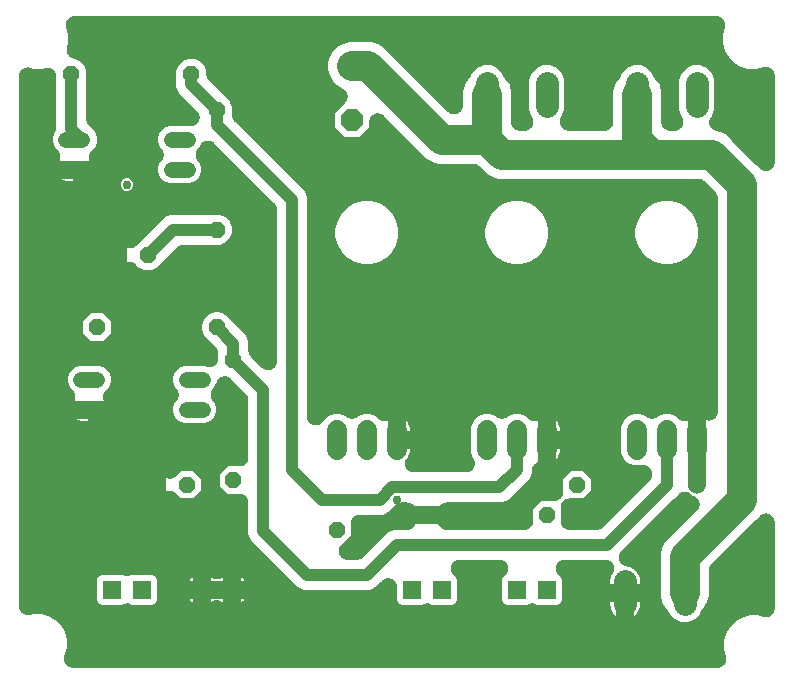
<source format=gbr>
G04 EAGLE Gerber RS-274X export*
G75*
%MOMM*%
%FSLAX34Y34*%
%LPD*%
%INTop Copper*%
%IPPOS*%
%AMOC8*
5,1,8,0,0,1.08239X$1,22.5*%
G01*
%ADD10C,1.981200*%
%ADD11P,1.429621X8X202.500000*%
%ADD12C,1.320800*%
%ADD13C,1.676400*%
%ADD14P,1.429621X8X22.500000*%
%ADD15P,1.429621X8X292.500000*%
%ADD16P,2.061953X8X112.500000*%
%ADD17R,1.524000X1.524000*%
%ADD18C,0.756400*%
%ADD19C,2.540000*%
%ADD20C,1.000000*%
%ADD21C,1.016000*%

G36*
X601870Y10167D02*
X601870Y10167D01*
X601997Y10165D01*
X602255Y10187D01*
X602516Y10201D01*
X602642Y10220D01*
X602768Y10231D01*
X603023Y10280D01*
X603281Y10320D01*
X603404Y10353D01*
X603529Y10376D01*
X603778Y10452D01*
X604030Y10518D01*
X604148Y10563D01*
X604270Y10599D01*
X604511Y10700D01*
X604754Y10792D01*
X604867Y10849D01*
X604985Y10898D01*
X605213Y11022D01*
X605446Y11139D01*
X605553Y11207D01*
X605665Y11268D01*
X605880Y11416D01*
X606099Y11556D01*
X606198Y11634D01*
X606303Y11706D01*
X606501Y11876D01*
X606705Y12037D01*
X606796Y12126D01*
X606892Y12208D01*
X607072Y12397D01*
X607258Y12579D01*
X607339Y12677D01*
X607427Y12768D01*
X607587Y12974D01*
X607753Y13175D01*
X607823Y13280D01*
X607901Y13381D01*
X608039Y13602D01*
X608183Y13818D01*
X608242Y13930D01*
X608310Y14039D01*
X608423Y14273D01*
X608545Y14503D01*
X608592Y14621D01*
X608648Y14735D01*
X608737Y14980D01*
X608834Y15221D01*
X608869Y15343D01*
X608913Y15463D01*
X608976Y15716D01*
X609048Y15965D01*
X609070Y16090D01*
X609101Y16214D01*
X609138Y16472D01*
X609184Y16728D01*
X609193Y16854D01*
X609211Y16980D01*
X609221Y17241D01*
X609240Y17500D01*
X609236Y17627D01*
X609241Y17754D01*
X609225Y18013D01*
X609217Y18274D01*
X609200Y18400D01*
X609192Y18526D01*
X609162Y18683D01*
X609114Y19041D01*
X609016Y19444D01*
X608986Y19601D01*
X607299Y25898D01*
X607299Y32523D01*
X609014Y38922D01*
X612326Y44659D01*
X617011Y49344D01*
X622748Y52656D01*
X629147Y54371D01*
X635772Y54371D01*
X640599Y53077D01*
X640723Y53051D01*
X640845Y53016D01*
X641101Y52970D01*
X641356Y52916D01*
X641483Y52902D01*
X641608Y52880D01*
X641867Y52861D01*
X642126Y52833D01*
X642253Y52833D01*
X642380Y52824D01*
X642640Y52832D01*
X642901Y52831D01*
X643027Y52843D01*
X643154Y52847D01*
X643412Y52882D01*
X643671Y52908D01*
X643795Y52933D01*
X643921Y52950D01*
X644175Y53011D01*
X644429Y53064D01*
X644550Y53102D01*
X644674Y53132D01*
X644920Y53219D01*
X645168Y53297D01*
X645284Y53348D01*
X645404Y53390D01*
X645640Y53502D01*
X645878Y53606D01*
X645988Y53668D01*
X646103Y53723D01*
X646326Y53858D01*
X646553Y53986D01*
X646656Y54059D01*
X646765Y54125D01*
X646972Y54283D01*
X647184Y54433D01*
X647280Y54517D01*
X647381Y54594D01*
X647571Y54772D01*
X647767Y54943D01*
X647853Y55037D01*
X647946Y55123D01*
X648116Y55320D01*
X648293Y55511D01*
X648370Y55613D01*
X648453Y55709D01*
X648602Y55922D01*
X648759Y56130D01*
X648824Y56239D01*
X648897Y56343D01*
X649024Y56571D01*
X649158Y56794D01*
X649212Y56908D01*
X649273Y57020D01*
X649376Y57259D01*
X649486Y57495D01*
X649528Y57614D01*
X649578Y57731D01*
X649655Y57980D01*
X649741Y58226D01*
X649770Y58350D01*
X649807Y58471D01*
X649859Y58726D01*
X649918Y58980D01*
X649935Y59106D01*
X649959Y59230D01*
X649971Y59390D01*
X650017Y59748D01*
X650028Y60162D01*
X650039Y60321D01*
X650039Y133297D01*
X650031Y133450D01*
X650033Y133604D01*
X650011Y133837D01*
X649999Y134070D01*
X649976Y134222D01*
X649961Y134375D01*
X649916Y134604D01*
X649880Y134835D01*
X649841Y134984D01*
X649811Y135134D01*
X649742Y135358D01*
X649682Y135584D01*
X649628Y135727D01*
X649582Y135874D01*
X649491Y136090D01*
X649408Y136308D01*
X649339Y136445D01*
X649279Y136587D01*
X649166Y136791D01*
X649061Y137000D01*
X648978Y137130D01*
X648904Y137264D01*
X648770Y137456D01*
X648644Y137653D01*
X648549Y137773D01*
X648461Y137899D01*
X648308Y138076D01*
X648163Y138259D01*
X648055Y138369D01*
X647955Y138485D01*
X647785Y138645D01*
X647621Y138812D01*
X647503Y138911D01*
X647391Y139016D01*
X647205Y139157D01*
X647025Y139307D01*
X646897Y139392D01*
X646775Y139485D01*
X646576Y139607D01*
X646382Y139737D01*
X646246Y139809D01*
X646115Y139889D01*
X645904Y139990D01*
X645697Y140099D01*
X645555Y140156D01*
X645416Y140223D01*
X645196Y140301D01*
X644979Y140388D01*
X644831Y140431D01*
X644686Y140482D01*
X644459Y140537D01*
X644235Y140602D01*
X644084Y140629D01*
X643934Y140665D01*
X643702Y140697D01*
X643472Y140738D01*
X643319Y140749D01*
X643167Y140770D01*
X642933Y140777D01*
X642700Y140794D01*
X642547Y140790D01*
X642393Y140794D01*
X642160Y140778D01*
X641926Y140771D01*
X641774Y140750D01*
X641621Y140739D01*
X641391Y140699D01*
X641159Y140668D01*
X641009Y140631D01*
X640858Y140605D01*
X640634Y140541D01*
X640406Y140486D01*
X640261Y140435D01*
X640113Y140392D01*
X639897Y140306D01*
X639676Y140228D01*
X639537Y140161D01*
X639395Y140104D01*
X639188Y139996D01*
X638977Y139895D01*
X638846Y139815D01*
X638709Y139744D01*
X638515Y139614D01*
X638315Y139493D01*
X638193Y139400D01*
X638065Y139314D01*
X637949Y139214D01*
X637699Y139024D01*
X637351Y138697D01*
X637237Y138599D01*
X634079Y135441D01*
X596303Y97665D01*
X596254Y97611D01*
X596200Y97560D01*
X595995Y97323D01*
X595785Y97090D01*
X595741Y97031D01*
X595693Y96975D01*
X595513Y96718D01*
X595328Y96465D01*
X595291Y96401D01*
X595249Y96341D01*
X595097Y96067D01*
X594939Y95796D01*
X594908Y95729D01*
X594873Y95664D01*
X594749Y95376D01*
X594620Y95090D01*
X594597Y95020D01*
X594568Y94952D01*
X594475Y94653D01*
X594376Y94355D01*
X594360Y94283D01*
X594339Y94213D01*
X594277Y93905D01*
X594209Y93599D01*
X594201Y93526D01*
X594187Y93454D01*
X594176Y93304D01*
X594121Y92830D01*
X594118Y92516D01*
X594107Y92363D01*
X594107Y70985D01*
X592722Y65816D01*
X590047Y61183D01*
X589069Y60205D01*
X588968Y60093D01*
X588860Y59988D01*
X588709Y59806D01*
X588550Y59630D01*
X588461Y59508D01*
X588365Y59393D01*
X588234Y59196D01*
X588094Y59004D01*
X588018Y58874D01*
X587934Y58749D01*
X587865Y58611D01*
X587704Y58335D01*
X587511Y57907D01*
X587443Y57772D01*
X586423Y55310D01*
X582230Y51117D01*
X576751Y48847D01*
X570821Y48847D01*
X565342Y51117D01*
X561149Y55310D01*
X560129Y57772D01*
X560064Y57907D01*
X560008Y58047D01*
X559898Y58257D01*
X559796Y58471D01*
X559718Y58599D01*
X559648Y58733D01*
X559516Y58930D01*
X559393Y59132D01*
X559302Y59252D01*
X559218Y59377D01*
X559117Y59494D01*
X558924Y59748D01*
X558603Y60090D01*
X558503Y60205D01*
X557525Y61183D01*
X554850Y65816D01*
X553465Y70985D01*
X553465Y106561D01*
X554850Y111730D01*
X557525Y116363D01*
X584315Y143153D01*
X584418Y143267D01*
X584528Y143375D01*
X584678Y143555D01*
X584834Y143728D01*
X584924Y143852D01*
X585023Y143971D01*
X585153Y144165D01*
X585290Y144354D01*
X585368Y144487D01*
X585453Y144614D01*
X585562Y144821D01*
X585680Y145023D01*
X585743Y145163D01*
X585815Y145299D01*
X585902Y145516D01*
X585998Y145729D01*
X586047Y145875D01*
X586104Y146017D01*
X586169Y146242D01*
X586242Y146464D01*
X586276Y146614D01*
X586318Y146761D01*
X586359Y146991D01*
X586409Y147220D01*
X586427Y147372D01*
X586454Y147524D01*
X586471Y147757D01*
X586497Y147989D01*
X586499Y148143D01*
X586510Y148296D01*
X586503Y148529D01*
X586506Y148763D01*
X586491Y148916D01*
X586487Y149070D01*
X586456Y149302D01*
X586434Y149534D01*
X586404Y149685D01*
X586384Y149837D01*
X586329Y150065D01*
X586283Y150294D01*
X586238Y150440D01*
X586202Y150590D01*
X586124Y150810D01*
X586055Y151034D01*
X585995Y151175D01*
X585944Y151320D01*
X585843Y151531D01*
X585752Y151746D01*
X585677Y151880D01*
X585611Y152019D01*
X585490Y152219D01*
X585377Y152423D01*
X585289Y152549D01*
X585209Y152681D01*
X585067Y152867D01*
X584934Y153058D01*
X584833Y153175D01*
X584740Y153297D01*
X584580Y153468D01*
X584427Y153644D01*
X584316Y153750D01*
X584210Y153862D01*
X584034Y154015D01*
X583864Y154175D01*
X583742Y154268D01*
X583625Y154369D01*
X583434Y154503D01*
X583248Y154645D01*
X583117Y154725D01*
X582991Y154813D01*
X582787Y154926D01*
X582587Y155048D01*
X582448Y155115D01*
X582314Y155189D01*
X582099Y155281D01*
X581888Y155382D01*
X581744Y155433D01*
X581602Y155494D01*
X581379Y155563D01*
X581159Y155642D01*
X581010Y155678D01*
X580863Y155723D01*
X580634Y155769D01*
X580587Y155781D01*
X579261Y157107D01*
X579033Y157312D01*
X578809Y157523D01*
X578745Y157572D01*
X578686Y157625D01*
X578438Y157806D01*
X578193Y157993D01*
X578125Y158035D01*
X578060Y158082D01*
X577795Y158236D01*
X577533Y158396D01*
X577460Y158431D01*
X577391Y158471D01*
X577112Y158597D01*
X576834Y158730D01*
X576758Y158757D01*
X576685Y158790D01*
X576394Y158887D01*
X576104Y158990D01*
X576027Y159008D01*
X575950Y159034D01*
X575650Y159100D01*
X575352Y159173D01*
X575272Y159183D01*
X575194Y159201D01*
X574889Y159236D01*
X574585Y159277D01*
X574505Y159280D01*
X574425Y159289D01*
X574118Y159292D01*
X573811Y159302D01*
X573731Y159296D01*
X573651Y159297D01*
X573344Y159268D01*
X573038Y159247D01*
X572960Y159233D01*
X572880Y159225D01*
X572578Y159165D01*
X572276Y159112D01*
X572199Y159090D01*
X572120Y159075D01*
X571826Y158984D01*
X571531Y158900D01*
X571457Y158870D01*
X571380Y158846D01*
X571098Y158726D01*
X570813Y158612D01*
X570742Y158574D01*
X570668Y158543D01*
X570399Y158394D01*
X570127Y158251D01*
X570061Y158207D01*
X569991Y158168D01*
X569738Y157992D01*
X569483Y157822D01*
X569435Y157780D01*
X569356Y157725D01*
X568770Y157219D01*
X568703Y157148D01*
X568655Y157107D01*
X564895Y153346D01*
X564894Y153346D01*
X520263Y108714D01*
X520229Y108677D01*
X520192Y108643D01*
X519970Y108390D01*
X519744Y108139D01*
X519714Y108099D01*
X519681Y108061D01*
X519486Y107786D01*
X519288Y107514D01*
X519262Y107470D01*
X519233Y107429D01*
X519067Y107135D01*
X518898Y106844D01*
X518877Y106799D01*
X518853Y106755D01*
X518718Y106446D01*
X518580Y106139D01*
X518564Y106091D01*
X518544Y106045D01*
X518442Y105724D01*
X518336Y105404D01*
X518325Y105355D01*
X518310Y105307D01*
X518241Y104977D01*
X518169Y104648D01*
X518163Y104598D01*
X518153Y104549D01*
X518119Y104213D01*
X518081Y103878D01*
X518080Y103828D01*
X518075Y103778D01*
X518076Y103441D01*
X518072Y103104D01*
X518077Y103054D01*
X518077Y103004D01*
X518113Y102669D01*
X518144Y102333D01*
X518154Y102284D01*
X518159Y102234D01*
X518229Y101905D01*
X518295Y101574D01*
X518310Y101526D01*
X518320Y101477D01*
X518424Y101156D01*
X518523Y100834D01*
X518543Y100788D01*
X518558Y100740D01*
X518694Y100432D01*
X518826Y100121D01*
X518851Y100077D01*
X518871Y100032D01*
X519038Y99740D01*
X519201Y99444D01*
X519230Y99403D01*
X519255Y99359D01*
X519451Y99086D01*
X519644Y98809D01*
X519677Y98771D01*
X519706Y98730D01*
X519931Y98477D01*
X520151Y98223D01*
X520187Y98189D01*
X520220Y98151D01*
X520470Y97923D01*
X520714Y97692D01*
X520754Y97662D01*
X520791Y97628D01*
X521063Y97426D01*
X521330Y97223D01*
X521373Y97197D01*
X521413Y97167D01*
X521704Y96994D01*
X521991Y96819D01*
X522036Y96797D01*
X522079Y96772D01*
X522385Y96631D01*
X522689Y96485D01*
X522737Y96469D01*
X522782Y96448D01*
X523101Y96339D01*
X523419Y96226D01*
X523468Y96214D01*
X523515Y96198D01*
X523642Y96172D01*
X524171Y96043D01*
X524445Y96006D01*
X524587Y95976D01*
X525927Y95800D01*
X527503Y95378D01*
X529011Y94753D01*
X530424Y93937D01*
X531718Y92944D01*
X532872Y91790D01*
X533865Y90496D01*
X534681Y89083D01*
X535306Y87575D01*
X535728Y86000D01*
X535941Y84382D01*
X535941Y81159D01*
X523494Y81159D01*
X511047Y81159D01*
X511047Y84382D01*
X511260Y86000D01*
X511682Y87575D01*
X512307Y89083D01*
X513085Y90430D01*
X513237Y90728D01*
X513393Y91023D01*
X513413Y91072D01*
X513437Y91120D01*
X513557Y91432D01*
X513682Y91741D01*
X513697Y91792D01*
X513716Y91842D01*
X513804Y92165D01*
X513896Y92485D01*
X513905Y92538D01*
X513919Y92589D01*
X513973Y92919D01*
X514031Y93248D01*
X514035Y93301D01*
X514044Y93354D01*
X514064Y93687D01*
X514088Y94020D01*
X514086Y94073D01*
X514089Y94127D01*
X514075Y94460D01*
X514064Y94794D01*
X514057Y94847D01*
X514055Y94900D01*
X514006Y95229D01*
X513961Y95561D01*
X513949Y95613D01*
X513941Y95666D01*
X513858Y95988D01*
X513780Y96314D01*
X513762Y96364D01*
X513749Y96416D01*
X513633Y96728D01*
X513521Y97044D01*
X513498Y97092D01*
X513480Y97142D01*
X513332Y97442D01*
X513189Y97743D01*
X513161Y97789D01*
X513138Y97837D01*
X512960Y98119D01*
X512786Y98405D01*
X512754Y98447D01*
X512726Y98492D01*
X512520Y98755D01*
X512318Y99021D01*
X512281Y99060D01*
X512248Y99102D01*
X512017Y99342D01*
X511788Y99586D01*
X511748Y99621D01*
X511711Y99659D01*
X511455Y99874D01*
X511203Y100093D01*
X511159Y100124D01*
X511118Y100158D01*
X510842Y100345D01*
X510569Y100537D01*
X510522Y100563D01*
X510478Y100593D01*
X510184Y100751D01*
X509892Y100913D01*
X509843Y100934D01*
X509796Y100960D01*
X509488Y101086D01*
X509180Y101218D01*
X509129Y101234D01*
X509080Y101254D01*
X508760Y101348D01*
X508441Y101447D01*
X508388Y101458D01*
X508337Y101473D01*
X508009Y101534D01*
X507681Y101599D01*
X507638Y101603D01*
X507576Y101614D01*
X506804Y101676D01*
X506673Y101673D01*
X506590Y101679D01*
X472138Y101679D01*
X471984Y101671D01*
X471830Y101673D01*
X471598Y101651D01*
X471364Y101639D01*
X471213Y101616D01*
X471059Y101601D01*
X470830Y101556D01*
X470599Y101520D01*
X470451Y101481D01*
X470300Y101451D01*
X470076Y101382D01*
X469851Y101322D01*
X469707Y101268D01*
X469560Y101222D01*
X469345Y101131D01*
X469126Y101048D01*
X468989Y100979D01*
X468848Y100919D01*
X468643Y100806D01*
X468434Y100701D01*
X468305Y100618D01*
X468170Y100544D01*
X467979Y100410D01*
X467782Y100284D01*
X467661Y100189D01*
X467535Y100101D01*
X467358Y99948D01*
X467175Y99803D01*
X467066Y99695D01*
X466949Y99595D01*
X466789Y99425D01*
X466622Y99261D01*
X466524Y99143D01*
X466419Y99031D01*
X466277Y98845D01*
X466128Y98665D01*
X466042Y98537D01*
X465949Y98415D01*
X465827Y98216D01*
X465697Y98022D01*
X465625Y97886D01*
X465545Y97755D01*
X465445Y97544D01*
X465335Y97337D01*
X465278Y97195D01*
X465212Y97056D01*
X465133Y96836D01*
X465046Y96619D01*
X465004Y96471D01*
X464952Y96326D01*
X464897Y96099D01*
X464832Y95875D01*
X464805Y95724D01*
X464769Y95574D01*
X464737Y95342D01*
X464697Y95112D01*
X464685Y94959D01*
X464665Y94807D01*
X464657Y94573D01*
X464640Y94340D01*
X464645Y94187D01*
X464640Y94033D01*
X464656Y93800D01*
X464664Y93566D01*
X464684Y93414D01*
X464695Y93261D01*
X464735Y93031D01*
X464767Y92799D01*
X464803Y92649D01*
X464829Y92498D01*
X464893Y92274D01*
X464948Y92046D01*
X465000Y91901D01*
X465042Y91753D01*
X465129Y91537D01*
X465207Y91316D01*
X465273Y91177D01*
X465330Y91035D01*
X465439Y90828D01*
X465539Y90617D01*
X465619Y90486D01*
X465690Y90349D01*
X465820Y90155D01*
X465942Y89955D01*
X466034Y89833D01*
X466120Y89705D01*
X466220Y89589D01*
X466410Y89339D01*
X466737Y88991D01*
X466835Y88877D01*
X469059Y86653D01*
X469821Y84815D01*
X469821Y67585D01*
X469059Y65747D01*
X467653Y64341D01*
X465815Y63579D01*
X448585Y63579D01*
X447370Y64083D01*
X447300Y64107D01*
X447233Y64138D01*
X446936Y64237D01*
X446640Y64342D01*
X446569Y64359D01*
X446499Y64382D01*
X446193Y64450D01*
X445888Y64524D01*
X445815Y64534D01*
X445743Y64550D01*
X445432Y64586D01*
X445120Y64628D01*
X445046Y64630D01*
X444974Y64639D01*
X444661Y64642D01*
X444346Y64652D01*
X444273Y64647D01*
X444199Y64648D01*
X443887Y64619D01*
X443574Y64596D01*
X443502Y64583D01*
X443428Y64577D01*
X443120Y64516D01*
X442812Y64461D01*
X442741Y64441D01*
X442669Y64427D01*
X442526Y64379D01*
X442067Y64248D01*
X441776Y64131D01*
X441630Y64083D01*
X440415Y63579D01*
X423185Y63579D01*
X421347Y64341D01*
X419941Y65747D01*
X419179Y67585D01*
X419179Y84815D01*
X419941Y86653D01*
X422165Y88877D01*
X422268Y88991D01*
X422378Y89099D01*
X422527Y89279D01*
X422684Y89452D01*
X422774Y89576D01*
X422872Y89695D01*
X423002Y89889D01*
X423140Y90078D01*
X423217Y90211D01*
X423303Y90338D01*
X423412Y90545D01*
X423530Y90747D01*
X423593Y90887D01*
X423665Y91023D01*
X423752Y91240D01*
X423848Y91453D01*
X423897Y91598D01*
X423954Y91741D01*
X424018Y91966D01*
X424092Y92188D01*
X424125Y92338D01*
X424168Y92485D01*
X424209Y92715D01*
X424259Y92944D01*
X424277Y93096D01*
X424303Y93248D01*
X424320Y93481D01*
X424347Y93713D01*
X424349Y93867D01*
X424360Y94020D01*
X424353Y94253D01*
X424355Y94487D01*
X424341Y94640D01*
X424336Y94794D01*
X424305Y95026D01*
X424284Y95258D01*
X424254Y95409D01*
X424233Y95561D01*
X424178Y95789D01*
X424133Y96018D01*
X424088Y96164D01*
X424052Y96314D01*
X423974Y96535D01*
X423905Y96758D01*
X423845Y96899D01*
X423793Y97044D01*
X423693Y97255D01*
X423601Y97470D01*
X423527Y97604D01*
X423461Y97743D01*
X423340Y97943D01*
X423226Y98147D01*
X423138Y98274D01*
X423058Y98405D01*
X422917Y98590D01*
X422783Y98782D01*
X422683Y98899D01*
X422590Y99021D01*
X422430Y99191D01*
X422277Y99368D01*
X422165Y99474D01*
X422060Y99586D01*
X421884Y99739D01*
X421713Y99899D01*
X421591Y99992D01*
X421475Y100093D01*
X421284Y100227D01*
X421098Y100369D01*
X420966Y100449D01*
X420841Y100537D01*
X420636Y100651D01*
X420437Y100772D01*
X420299Y100839D01*
X420164Y100913D01*
X419949Y101005D01*
X419738Y101106D01*
X419594Y101157D01*
X419452Y101218D01*
X419229Y101287D01*
X419009Y101366D01*
X418859Y101402D01*
X418713Y101447D01*
X418483Y101493D01*
X418256Y101549D01*
X418104Y101569D01*
X417953Y101599D01*
X417800Y101611D01*
X417489Y101653D01*
X417012Y101668D01*
X416862Y101679D01*
X383238Y101679D01*
X383084Y101671D01*
X382930Y101673D01*
X382698Y101651D01*
X382464Y101639D01*
X382313Y101616D01*
X382159Y101601D01*
X381930Y101556D01*
X381699Y101520D01*
X381551Y101481D01*
X381400Y101451D01*
X381176Y101382D01*
X380951Y101322D01*
X380807Y101268D01*
X380660Y101222D01*
X380445Y101131D01*
X380226Y101048D01*
X380089Y100979D01*
X379948Y100919D01*
X379743Y100806D01*
X379534Y100701D01*
X379405Y100618D01*
X379270Y100544D01*
X379079Y100410D01*
X378882Y100284D01*
X378761Y100189D01*
X378635Y100101D01*
X378458Y99948D01*
X378275Y99803D01*
X378166Y99695D01*
X378049Y99595D01*
X377889Y99425D01*
X377722Y99261D01*
X377624Y99143D01*
X377519Y99031D01*
X377377Y98845D01*
X377228Y98665D01*
X377142Y98537D01*
X377049Y98415D01*
X376927Y98216D01*
X376797Y98022D01*
X376725Y97886D01*
X376645Y97755D01*
X376545Y97544D01*
X376435Y97337D01*
X376378Y97195D01*
X376312Y97056D01*
X376233Y96836D01*
X376146Y96619D01*
X376104Y96471D01*
X376052Y96326D01*
X375997Y96099D01*
X375932Y95875D01*
X375905Y95724D01*
X375869Y95574D01*
X375837Y95342D01*
X375797Y95112D01*
X375785Y94959D01*
X375765Y94807D01*
X375757Y94573D01*
X375740Y94340D01*
X375745Y94187D01*
X375740Y94033D01*
X375756Y93800D01*
X375764Y93566D01*
X375784Y93414D01*
X375795Y93261D01*
X375835Y93031D01*
X375867Y92799D01*
X375903Y92649D01*
X375929Y92498D01*
X375993Y92274D01*
X376048Y92046D01*
X376100Y91901D01*
X376142Y91753D01*
X376229Y91537D01*
X376307Y91316D01*
X376373Y91177D01*
X376430Y91035D01*
X376539Y90828D01*
X376639Y90617D01*
X376719Y90486D01*
X376790Y90349D01*
X376920Y90155D01*
X377042Y89955D01*
X377134Y89833D01*
X377220Y89705D01*
X377320Y89589D01*
X377510Y89339D01*
X377837Y88991D01*
X377935Y88877D01*
X380159Y86653D01*
X380921Y84815D01*
X380921Y67585D01*
X380159Y65747D01*
X378753Y64341D01*
X376915Y63579D01*
X359685Y63579D01*
X358470Y64083D01*
X358400Y64107D01*
X358333Y64138D01*
X358036Y64237D01*
X357740Y64342D01*
X357669Y64359D01*
X357599Y64382D01*
X357293Y64450D01*
X356988Y64524D01*
X356915Y64534D01*
X356843Y64550D01*
X356532Y64586D01*
X356220Y64628D01*
X356146Y64630D01*
X356074Y64639D01*
X355761Y64642D01*
X355446Y64652D01*
X355373Y64647D01*
X355299Y64648D01*
X354987Y64619D01*
X354674Y64596D01*
X354602Y64583D01*
X354528Y64577D01*
X354220Y64516D01*
X353912Y64461D01*
X353841Y64441D01*
X353769Y64427D01*
X353626Y64379D01*
X353167Y64248D01*
X352876Y64131D01*
X352730Y64083D01*
X351515Y63579D01*
X334285Y63579D01*
X332447Y64341D01*
X331041Y65747D01*
X330279Y67585D01*
X330279Y78426D01*
X330271Y78579D01*
X330273Y78733D01*
X330251Y78966D01*
X330239Y79199D01*
X330216Y79351D01*
X330201Y79504D01*
X330156Y79734D01*
X330120Y79964D01*
X330081Y80113D01*
X330051Y80264D01*
X329982Y80487D01*
X329922Y80713D01*
X329868Y80857D01*
X329822Y81004D01*
X329731Y81219D01*
X329648Y81437D01*
X329579Y81575D01*
X329519Y81716D01*
X329406Y81920D01*
X329301Y82129D01*
X329218Y82259D01*
X329144Y82393D01*
X329010Y82585D01*
X328884Y82782D01*
X328789Y82902D01*
X328701Y83028D01*
X328548Y83205D01*
X328403Y83388D01*
X328295Y83498D01*
X328195Y83614D01*
X328025Y83774D01*
X327861Y83942D01*
X327743Y84040D01*
X327631Y84145D01*
X327446Y84287D01*
X327265Y84436D01*
X327137Y84522D01*
X327015Y84615D01*
X326816Y84737D01*
X326622Y84867D01*
X326486Y84938D01*
X326355Y85019D01*
X326144Y85119D01*
X325937Y85228D01*
X325794Y85286D01*
X325656Y85352D01*
X325436Y85430D01*
X325219Y85518D01*
X325071Y85560D01*
X324926Y85612D01*
X324699Y85667D01*
X324475Y85731D01*
X324324Y85758D01*
X324174Y85795D01*
X323942Y85826D01*
X323712Y85867D01*
X323559Y85878D01*
X323407Y85899D01*
X323173Y85907D01*
X322940Y85924D01*
X322787Y85919D01*
X322633Y85924D01*
X322400Y85907D01*
X322166Y85900D01*
X322014Y85880D01*
X321861Y85869D01*
X321631Y85828D01*
X321399Y85797D01*
X321249Y85761D01*
X321098Y85734D01*
X320874Y85670D01*
X320646Y85615D01*
X320501Y85564D01*
X320353Y85522D01*
X320136Y85435D01*
X319916Y85357D01*
X319777Y85291D01*
X319635Y85234D01*
X319428Y85125D01*
X319217Y85025D01*
X319085Y84945D01*
X318950Y84873D01*
X318755Y84744D01*
X318555Y84622D01*
X318433Y84529D01*
X318305Y84444D01*
X318189Y84344D01*
X317939Y84154D01*
X317591Y83827D01*
X317477Y83729D01*
X316554Y82806D01*
X316554Y82805D01*
X311949Y78201D01*
X307310Y76279D01*
X251490Y76279D01*
X246851Y78201D01*
X206471Y118581D01*
X204549Y123220D01*
X204549Y149806D01*
X204533Y150113D01*
X204524Y150420D01*
X204513Y150499D01*
X204509Y150579D01*
X204462Y150882D01*
X204421Y151187D01*
X204402Y151265D01*
X204390Y151344D01*
X204312Y151641D01*
X204239Y151940D01*
X204212Y152016D01*
X204192Y152093D01*
X204084Y152379D01*
X203981Y152670D01*
X203946Y152742D01*
X203918Y152817D01*
X203781Y153091D01*
X203649Y153369D01*
X203607Y153438D01*
X203571Y153509D01*
X203406Y153768D01*
X203246Y154031D01*
X203198Y154094D01*
X203154Y154162D01*
X202964Y154402D01*
X202777Y154647D01*
X202723Y154706D01*
X202673Y154768D01*
X202458Y154988D01*
X202248Y155212D01*
X202187Y155264D01*
X202131Y155322D01*
X201894Y155518D01*
X201663Y155719D01*
X201597Y155765D01*
X201535Y155816D01*
X201280Y155987D01*
X201028Y156163D01*
X200958Y156202D01*
X200892Y156247D01*
X200620Y156390D01*
X200352Y156539D01*
X200278Y156571D01*
X200207Y156608D01*
X199922Y156723D01*
X199640Y156844D01*
X199563Y156868D01*
X199489Y156898D01*
X199194Y156982D01*
X198900Y157073D01*
X198822Y157089D01*
X198745Y157111D01*
X198443Y157165D01*
X198141Y157225D01*
X198077Y157230D01*
X197982Y157247D01*
X197210Y157304D01*
X197114Y157301D01*
X197050Y157305D01*
X186963Y157305D01*
X180165Y164103D01*
X180165Y173717D01*
X186963Y180515D01*
X197050Y180515D01*
X197357Y180531D01*
X197664Y180540D01*
X197743Y180551D01*
X197823Y180555D01*
X198126Y180602D01*
X198431Y180643D01*
X198509Y180662D01*
X198588Y180674D01*
X198885Y180752D01*
X199184Y180825D01*
X199260Y180852D01*
X199337Y180872D01*
X199623Y180980D01*
X199914Y181083D01*
X199986Y181118D01*
X200061Y181146D01*
X200335Y181283D01*
X200613Y181415D01*
X200682Y181457D01*
X200753Y181493D01*
X201012Y181658D01*
X201275Y181818D01*
X201338Y181866D01*
X201406Y181910D01*
X201646Y182100D01*
X201891Y182287D01*
X201950Y182341D01*
X202012Y182391D01*
X202232Y182606D01*
X202456Y182816D01*
X202508Y182877D01*
X202566Y182933D01*
X202762Y183170D01*
X202963Y183401D01*
X203009Y183467D01*
X203060Y183529D01*
X203231Y183784D01*
X203407Y184036D01*
X203446Y184106D01*
X203491Y184172D01*
X203634Y184444D01*
X203783Y184712D01*
X203815Y184786D01*
X203852Y184857D01*
X203967Y185142D01*
X204088Y185424D01*
X204112Y185501D01*
X204142Y185575D01*
X204226Y185870D01*
X204317Y186164D01*
X204333Y186242D01*
X204355Y186319D01*
X204409Y186621D01*
X204469Y186923D01*
X204474Y186987D01*
X204491Y187082D01*
X204548Y187854D01*
X204545Y187950D01*
X204549Y188014D01*
X204549Y236776D01*
X204545Y236850D01*
X204548Y236923D01*
X204525Y237236D01*
X204509Y237549D01*
X204498Y237622D01*
X204493Y237695D01*
X204438Y238005D01*
X204390Y238314D01*
X204371Y238386D01*
X204358Y238458D01*
X204272Y238760D01*
X204192Y239063D01*
X204166Y239132D01*
X204146Y239203D01*
X204029Y239495D01*
X203918Y239787D01*
X203885Y239853D01*
X203858Y239921D01*
X203712Y240199D01*
X203571Y240479D01*
X203531Y240542D01*
X203497Y240607D01*
X203323Y240867D01*
X203154Y241132D01*
X203109Y241190D01*
X203068Y241251D01*
X202970Y241365D01*
X202673Y241738D01*
X202453Y241962D01*
X202353Y242079D01*
X189697Y254735D01*
X189525Y254889D01*
X189361Y255051D01*
X189238Y255148D01*
X189122Y255253D01*
X188936Y255389D01*
X188755Y255533D01*
X188623Y255617D01*
X188496Y255710D01*
X188297Y255826D01*
X188103Y255950D01*
X187963Y256020D01*
X187827Y256099D01*
X187617Y256194D01*
X187411Y256298D01*
X187264Y256353D01*
X187121Y256418D01*
X186902Y256491D01*
X186687Y256572D01*
X186535Y256612D01*
X186386Y256662D01*
X186161Y256712D01*
X185939Y256771D01*
X185784Y256795D01*
X185630Y256829D01*
X185401Y256855D01*
X185174Y256891D01*
X185017Y256899D01*
X184861Y256917D01*
X184630Y256919D01*
X184400Y256931D01*
X184244Y256923D01*
X184087Y256925D01*
X183857Y256904D01*
X183627Y256892D01*
X183472Y256868D01*
X183316Y256853D01*
X183090Y256809D01*
X182862Y256773D01*
X182710Y256733D01*
X182556Y256703D01*
X182336Y256635D01*
X182113Y256576D01*
X181966Y256521D01*
X181816Y256475D01*
X181604Y256384D01*
X181389Y256303D01*
X181248Y256233D01*
X181104Y256171D01*
X180903Y256060D01*
X180696Y255956D01*
X180564Y255872D01*
X180427Y255796D01*
X180238Y255664D01*
X180043Y255540D01*
X179920Y255443D01*
X179792Y255353D01*
X179617Y255202D01*
X179437Y255059D01*
X179324Y254950D01*
X179206Y254847D01*
X179048Y254679D01*
X178883Y254518D01*
X178782Y254397D01*
X178675Y254283D01*
X178535Y254100D01*
X178388Y253923D01*
X178300Y253792D01*
X178205Y253668D01*
X178085Y253471D01*
X177957Y253279D01*
X177904Y253175D01*
X177801Y253007D01*
X177468Y252308D01*
X177467Y252304D01*
X177466Y252302D01*
X175446Y247426D01*
X174622Y246603D01*
X174417Y246375D01*
X174206Y246151D01*
X174157Y246087D01*
X174104Y246028D01*
X173923Y245779D01*
X173736Y245535D01*
X173695Y245467D01*
X173647Y245402D01*
X173493Y245137D01*
X173333Y244875D01*
X173298Y244802D01*
X173258Y244733D01*
X173131Y244453D01*
X172999Y244176D01*
X172972Y244100D01*
X172939Y244027D01*
X172843Y243736D01*
X172740Y243446D01*
X172721Y243368D01*
X172695Y243292D01*
X172629Y242993D01*
X172557Y242694D01*
X172546Y242615D01*
X172528Y242536D01*
X172494Y242231D01*
X172452Y241927D01*
X172450Y241847D01*
X172440Y241767D01*
X172437Y241460D01*
X172427Y241153D01*
X172433Y241073D01*
X172432Y240993D01*
X172461Y240686D01*
X172482Y240380D01*
X172496Y240302D01*
X172504Y240222D01*
X172564Y239920D01*
X172617Y239618D01*
X172639Y239541D01*
X172654Y239462D01*
X172745Y239169D01*
X172829Y238873D01*
X172859Y238799D01*
X172883Y238722D01*
X173003Y238440D01*
X173117Y238155D01*
X173155Y238084D01*
X173186Y238010D01*
X173335Y237741D01*
X173478Y237469D01*
X173522Y237403D01*
X173561Y237333D01*
X173737Y237080D01*
X173907Y236825D01*
X173949Y236777D01*
X174004Y236698D01*
X174510Y236112D01*
X174581Y236045D01*
X174622Y235997D01*
X175446Y235174D01*
X177213Y230908D01*
X177213Y226292D01*
X175446Y222026D01*
X172182Y218762D01*
X167916Y216995D01*
X150092Y216995D01*
X145826Y218762D01*
X142562Y222026D01*
X140795Y226292D01*
X140795Y230908D01*
X142562Y235174D01*
X143386Y235997D01*
X143592Y236226D01*
X143802Y236449D01*
X143850Y236513D01*
X143904Y236572D01*
X144086Y236821D01*
X144272Y237065D01*
X144313Y237133D01*
X144361Y237198D01*
X144515Y237463D01*
X144675Y237725D01*
X144710Y237798D01*
X144750Y237867D01*
X144877Y238147D01*
X145009Y238424D01*
X145036Y238499D01*
X145069Y238573D01*
X145166Y238865D01*
X145268Y239154D01*
X145287Y239231D01*
X145313Y239307D01*
X145379Y239608D01*
X145451Y239906D01*
X145462Y239985D01*
X145480Y240064D01*
X145514Y240369D01*
X145556Y240673D01*
X145558Y240753D01*
X145568Y240833D01*
X145571Y241140D01*
X145581Y241447D01*
X145575Y241527D01*
X145576Y241607D01*
X145547Y241913D01*
X145526Y242219D01*
X145512Y242299D01*
X145504Y242378D01*
X145445Y242679D01*
X145391Y242982D01*
X145369Y243059D01*
X145354Y243138D01*
X145263Y243431D01*
X145179Y243727D01*
X145149Y243801D01*
X145125Y243877D01*
X145005Y244160D01*
X144891Y244445D01*
X144853Y244516D01*
X144822Y244590D01*
X144673Y244858D01*
X144530Y245130D01*
X144486Y245197D01*
X144447Y245267D01*
X144271Y245520D01*
X144101Y245775D01*
X144059Y245823D01*
X144004Y245902D01*
X143498Y246488D01*
X143427Y246554D01*
X143386Y246603D01*
X142562Y247426D01*
X140795Y251692D01*
X140795Y256308D01*
X142562Y260574D01*
X145826Y263838D01*
X150092Y265605D01*
X167916Y265605D01*
X168780Y265247D01*
X168997Y265170D01*
X169211Y265084D01*
X169362Y265040D01*
X169510Y264988D01*
X169734Y264934D01*
X169955Y264870D01*
X170109Y264843D01*
X170262Y264806D01*
X170491Y264775D01*
X170718Y264734D01*
X170874Y264723D01*
X171030Y264702D01*
X171260Y264695D01*
X171490Y264678D01*
X171647Y264683D01*
X171804Y264678D01*
X172033Y264694D01*
X172264Y264701D01*
X172420Y264722D01*
X172576Y264733D01*
X172802Y264774D01*
X173031Y264804D01*
X173184Y264841D01*
X173338Y264869D01*
X173560Y264932D01*
X173784Y264986D01*
X173932Y265038D01*
X174083Y265082D01*
X174296Y265167D01*
X174514Y265244D01*
X174656Y265312D01*
X174801Y265370D01*
X175005Y265478D01*
X175213Y265577D01*
X175347Y265658D01*
X175486Y265731D01*
X175678Y265859D01*
X175875Y265979D01*
X175999Y266074D01*
X176130Y266161D01*
X176308Y266308D01*
X176491Y266448D01*
X176605Y266555D01*
X176726Y266655D01*
X176888Y266820D01*
X177056Y266978D01*
X177159Y267096D01*
X177268Y267208D01*
X177412Y267389D01*
X177563Y267563D01*
X177653Y267691D01*
X177751Y267814D01*
X177875Y268008D01*
X178007Y268197D01*
X178083Y268334D01*
X178168Y268466D01*
X178271Y268672D01*
X178383Y268874D01*
X178445Y269018D01*
X178516Y269158D01*
X178597Y269373D01*
X178688Y269586D01*
X178734Y269736D01*
X178790Y269882D01*
X178849Y270105D01*
X178917Y270325D01*
X178948Y270479D01*
X178988Y270631D01*
X179024Y270858D01*
X179069Y271084D01*
X179078Y271200D01*
X179109Y271395D01*
X179149Y272169D01*
X179149Y272173D01*
X179149Y272175D01*
X179149Y276146D01*
X179145Y276220D01*
X179148Y276293D01*
X179125Y276606D01*
X179109Y276919D01*
X179098Y276992D01*
X179093Y277065D01*
X179038Y277375D01*
X178990Y277684D01*
X178971Y277756D01*
X178958Y277828D01*
X178872Y278130D01*
X178792Y278433D01*
X178766Y278502D01*
X178746Y278573D01*
X178629Y278865D01*
X178518Y279157D01*
X178485Y279223D01*
X178458Y279291D01*
X178312Y279569D01*
X178171Y279849D01*
X178131Y279912D01*
X178097Y279977D01*
X177923Y280237D01*
X177754Y280502D01*
X177709Y280560D01*
X177668Y280621D01*
X177570Y280735D01*
X177273Y281108D01*
X177053Y281332D01*
X176953Y281449D01*
X167101Y291301D01*
X166655Y292376D01*
X166591Y292511D01*
X166535Y292651D01*
X166424Y292861D01*
X166323Y293075D01*
X166244Y293203D01*
X166174Y293336D01*
X166043Y293533D01*
X166030Y293554D01*
X165997Y293679D01*
X165968Y293826D01*
X165920Y293973D01*
X165838Y294282D01*
X165672Y294720D01*
X165624Y294865D01*
X165179Y295940D01*
X165179Y300960D01*
X165624Y302035D01*
X165675Y302177D01*
X165734Y302315D01*
X165804Y302542D01*
X165883Y302765D01*
X165919Y302911D01*
X165963Y303055D01*
X166010Y303287D01*
X166016Y303310D01*
X166081Y303422D01*
X166164Y303547D01*
X166234Y303685D01*
X166394Y303961D01*
X166587Y304389D01*
X166655Y304524D01*
X167101Y305599D01*
X170651Y309149D01*
X171726Y309595D01*
X171861Y309659D01*
X172001Y309715D01*
X172211Y309826D01*
X172425Y309927D01*
X172553Y310006D01*
X172686Y310076D01*
X172883Y310207D01*
X172904Y310220D01*
X173029Y310253D01*
X173176Y310282D01*
X173323Y310330D01*
X173632Y310412D01*
X174070Y310578D01*
X174215Y310626D01*
X175290Y311071D01*
X180310Y311071D01*
X181385Y310626D01*
X181527Y310575D01*
X181665Y310516D01*
X181892Y310446D01*
X182115Y310367D01*
X182261Y310331D01*
X182405Y310287D01*
X182637Y310240D01*
X182660Y310234D01*
X182772Y310169D01*
X182897Y310086D01*
X183035Y310016D01*
X183311Y309856D01*
X183739Y309663D01*
X183874Y309595D01*
X184949Y309149D01*
X202469Y291629D01*
X204391Y286990D01*
X204391Y278844D01*
X204395Y278770D01*
X204392Y278697D01*
X204415Y278384D01*
X204431Y278071D01*
X204442Y277998D01*
X204447Y277925D01*
X204502Y277615D01*
X204550Y277306D01*
X204569Y277234D01*
X204582Y277162D01*
X204668Y276859D01*
X204748Y276557D01*
X204774Y276488D01*
X204794Y276417D01*
X204911Y276126D01*
X205022Y275833D01*
X205055Y275767D01*
X205082Y275699D01*
X205228Y275421D01*
X205369Y275141D01*
X205409Y275078D01*
X205443Y275013D01*
X205617Y274752D01*
X205786Y274488D01*
X205831Y274431D01*
X205872Y274369D01*
X205971Y274255D01*
X206267Y273882D01*
X206487Y273657D01*
X206587Y273541D01*
X215877Y264251D01*
X215991Y264148D01*
X216099Y264038D01*
X216279Y263889D01*
X216452Y263733D01*
X216576Y263642D01*
X216695Y263544D01*
X216889Y263414D01*
X217078Y263276D01*
X217211Y263199D01*
X217338Y263113D01*
X217545Y263004D01*
X217747Y262887D01*
X217887Y262823D01*
X218023Y262752D01*
X218240Y262664D01*
X218453Y262568D01*
X218598Y262520D01*
X218741Y262462D01*
X218966Y262398D01*
X219188Y262324D01*
X219338Y262291D01*
X219485Y262249D01*
X219715Y262208D01*
X219944Y262157D01*
X220096Y262140D01*
X220248Y262113D01*
X220481Y262096D01*
X220713Y262069D01*
X220867Y262068D01*
X221020Y262056D01*
X221253Y262063D01*
X221487Y262061D01*
X221640Y262075D01*
X221794Y262080D01*
X222026Y262111D01*
X222258Y262133D01*
X222409Y262162D01*
X222561Y262183D01*
X222789Y262238D01*
X223018Y262283D01*
X223164Y262329D01*
X223314Y262365D01*
X223534Y262443D01*
X223758Y262512D01*
X223899Y262572D01*
X224044Y262623D01*
X224255Y262723D01*
X224470Y262815D01*
X224604Y262889D01*
X224743Y262955D01*
X224943Y263077D01*
X225147Y263190D01*
X225273Y263278D01*
X225405Y263358D01*
X225591Y263499D01*
X225782Y263633D01*
X225899Y263733D01*
X226021Y263826D01*
X226192Y263986D01*
X226368Y264139D01*
X226474Y264251D01*
X226586Y264356D01*
X226739Y264533D01*
X226899Y264703D01*
X226992Y264825D01*
X227093Y264941D01*
X227227Y265133D01*
X227369Y265319D01*
X227449Y265450D01*
X227537Y265576D01*
X227651Y265780D01*
X227772Y265979D01*
X227839Y266118D01*
X227913Y266252D01*
X228005Y266467D01*
X228106Y266678D01*
X228157Y266823D01*
X228218Y266964D01*
X228287Y267187D01*
X228366Y267408D01*
X228402Y267557D01*
X228447Y267704D01*
X228493Y267933D01*
X228549Y268160D01*
X228569Y268312D01*
X228599Y268463D01*
X228611Y268616D01*
X228653Y268927D01*
X228668Y269404D01*
X228679Y269554D01*
X228679Y398066D01*
X228675Y398140D01*
X228678Y398213D01*
X228655Y398526D01*
X228639Y398839D01*
X228628Y398912D01*
X228623Y398985D01*
X228568Y399295D01*
X228520Y399604D01*
X228501Y399676D01*
X228488Y399748D01*
X228402Y400050D01*
X228322Y400353D01*
X228296Y400422D01*
X228276Y400493D01*
X228159Y400784D01*
X228048Y401077D01*
X228015Y401143D01*
X227988Y401211D01*
X227842Y401489D01*
X227701Y401769D01*
X227661Y401832D01*
X227627Y401897D01*
X227453Y402157D01*
X227284Y402422D01*
X227239Y402480D01*
X227198Y402541D01*
X227100Y402655D01*
X226803Y403028D01*
X226583Y403252D01*
X226483Y403369D01*
X175509Y454343D01*
X175337Y454497D01*
X175173Y454658D01*
X175050Y454756D01*
X174934Y454861D01*
X174747Y454997D01*
X174567Y455141D01*
X174435Y455225D01*
X174308Y455318D01*
X174109Y455434D01*
X173915Y455558D01*
X173775Y455628D01*
X173639Y455707D01*
X173429Y455802D01*
X173223Y455906D01*
X173076Y455961D01*
X172933Y456026D01*
X172715Y456098D01*
X172499Y456180D01*
X172347Y456220D01*
X172199Y456270D01*
X171973Y456319D01*
X171751Y456378D01*
X171596Y456403D01*
X171442Y456437D01*
X171213Y456463D01*
X170986Y456499D01*
X170829Y456507D01*
X170673Y456525D01*
X170443Y456527D01*
X170213Y456539D01*
X170056Y456531D01*
X169899Y456533D01*
X169669Y456512D01*
X169439Y456500D01*
X169284Y456476D01*
X169128Y456461D01*
X168902Y456417D01*
X168674Y456381D01*
X168522Y456341D01*
X168368Y456311D01*
X168148Y456243D01*
X167925Y456184D01*
X167778Y456129D01*
X167629Y456082D01*
X167417Y455992D01*
X167201Y455911D01*
X167060Y455841D01*
X166916Y455779D01*
X166715Y455668D01*
X166508Y455564D01*
X166376Y455480D01*
X166239Y455404D01*
X166050Y455272D01*
X165855Y455148D01*
X165733Y455051D01*
X165604Y454961D01*
X165429Y454810D01*
X165249Y454667D01*
X165136Y454557D01*
X165018Y454455D01*
X164860Y454287D01*
X164695Y454126D01*
X164594Y454005D01*
X164487Y453891D01*
X164347Y453708D01*
X164200Y453531D01*
X164112Y453400D01*
X164017Y453275D01*
X163897Y453079D01*
X163769Y452887D01*
X163717Y452783D01*
X163614Y452615D01*
X163280Y451916D01*
X163279Y451912D01*
X163278Y451910D01*
X162746Y450626D01*
X161922Y449803D01*
X161717Y449575D01*
X161506Y449351D01*
X161457Y449287D01*
X161404Y449228D01*
X161223Y448979D01*
X161036Y448735D01*
X160995Y448667D01*
X160947Y448602D01*
X160793Y448337D01*
X160633Y448075D01*
X160598Y448002D01*
X160558Y447933D01*
X160431Y447653D01*
X160299Y447376D01*
X160272Y447300D01*
X160239Y447227D01*
X160143Y446936D01*
X160040Y446646D01*
X160021Y446568D01*
X159995Y446492D01*
X159929Y446193D01*
X159857Y445894D01*
X159846Y445815D01*
X159828Y445736D01*
X159794Y445431D01*
X159752Y445127D01*
X159750Y445047D01*
X159740Y444967D01*
X159737Y444660D01*
X159727Y444353D01*
X159733Y444273D01*
X159732Y444193D01*
X159761Y443886D01*
X159782Y443580D01*
X159796Y443502D01*
X159804Y443422D01*
X159864Y443120D01*
X159917Y442818D01*
X159939Y442741D01*
X159954Y442662D01*
X160045Y442369D01*
X160129Y442073D01*
X160159Y441999D01*
X160183Y441922D01*
X160303Y441640D01*
X160417Y441355D01*
X160455Y441284D01*
X160486Y441210D01*
X160635Y440941D01*
X160778Y440669D01*
X160822Y440603D01*
X160861Y440533D01*
X161037Y440280D01*
X161207Y440025D01*
X161249Y439977D01*
X161304Y439898D01*
X161810Y439312D01*
X161881Y439245D01*
X161922Y439197D01*
X162746Y438374D01*
X164513Y434108D01*
X164513Y429492D01*
X162746Y425226D01*
X159482Y421962D01*
X155216Y420195D01*
X137392Y420195D01*
X133126Y421962D01*
X129862Y425226D01*
X128095Y429492D01*
X128095Y434108D01*
X129862Y438374D01*
X130686Y439197D01*
X130892Y439426D01*
X131102Y439649D01*
X131150Y439713D01*
X131204Y439772D01*
X131386Y440021D01*
X131572Y440265D01*
X131613Y440333D01*
X131661Y440398D01*
X131815Y440663D01*
X131975Y440925D01*
X132010Y440998D01*
X132050Y441067D01*
X132177Y441347D01*
X132309Y441624D01*
X132336Y441699D01*
X132369Y441773D01*
X132466Y442065D01*
X132568Y442354D01*
X132587Y442431D01*
X132613Y442507D01*
X132679Y442808D01*
X132751Y443106D01*
X132762Y443185D01*
X132780Y443264D01*
X132814Y443569D01*
X132856Y443873D01*
X132858Y443953D01*
X132868Y444033D01*
X132871Y444340D01*
X132881Y444647D01*
X132875Y444727D01*
X132876Y444807D01*
X132847Y445113D01*
X132826Y445419D01*
X132812Y445499D01*
X132804Y445578D01*
X132745Y445879D01*
X132691Y446182D01*
X132669Y446259D01*
X132654Y446338D01*
X132563Y446631D01*
X132479Y446927D01*
X132449Y447001D01*
X132425Y447077D01*
X132305Y447360D01*
X132191Y447645D01*
X132153Y447716D01*
X132122Y447790D01*
X131973Y448058D01*
X131830Y448330D01*
X131786Y448397D01*
X131747Y448467D01*
X131571Y448720D01*
X131401Y448975D01*
X131359Y449023D01*
X131304Y449102D01*
X130798Y449688D01*
X130727Y449754D01*
X130686Y449803D01*
X129862Y450626D01*
X128095Y454892D01*
X128095Y459508D01*
X129862Y463774D01*
X133126Y467038D01*
X137392Y468805D01*
X155642Y468805D01*
X155795Y468813D01*
X155949Y468811D01*
X156182Y468833D01*
X156415Y468845D01*
X156567Y468868D01*
X156720Y468883D01*
X156950Y468928D01*
X157180Y468964D01*
X157329Y469003D01*
X157480Y469033D01*
X157704Y469102D01*
X157929Y469162D01*
X158073Y469216D01*
X158220Y469262D01*
X158435Y469353D01*
X158653Y469436D01*
X158790Y469505D01*
X158932Y469565D01*
X159137Y469678D01*
X159345Y469783D01*
X159475Y469866D01*
X159609Y469940D01*
X159801Y470074D01*
X159998Y470200D01*
X160118Y470295D01*
X160244Y470383D01*
X160421Y470536D01*
X160604Y470681D01*
X160714Y470789D01*
X160830Y470889D01*
X160991Y471059D01*
X161158Y471223D01*
X161256Y471341D01*
X161361Y471453D01*
X161503Y471639D01*
X161652Y471819D01*
X161738Y471947D01*
X161831Y472069D01*
X161953Y472268D01*
X162083Y472462D01*
X162154Y472598D01*
X162235Y472729D01*
X162335Y472940D01*
X162444Y473147D01*
X162502Y473290D01*
X162568Y473428D01*
X162646Y473648D01*
X162734Y473865D01*
X162776Y474013D01*
X162828Y474158D01*
X162883Y474385D01*
X162947Y474609D01*
X162974Y474760D01*
X163011Y474910D01*
X163042Y475142D01*
X163083Y475372D01*
X163094Y475525D01*
X163115Y475677D01*
X163123Y475911D01*
X163140Y476144D01*
X163135Y476297D01*
X163140Y476451D01*
X163123Y476684D01*
X163116Y476918D01*
X163096Y477070D01*
X163085Y477223D01*
X163044Y477453D01*
X163013Y477685D01*
X162977Y477835D01*
X162950Y477986D01*
X162886Y478211D01*
X162831Y478438D01*
X162780Y478583D01*
X162738Y478731D01*
X162651Y478948D01*
X162573Y479168D01*
X162507Y479307D01*
X162450Y479449D01*
X162341Y479656D01*
X162241Y479867D01*
X162161Y479998D01*
X162089Y480135D01*
X161960Y480329D01*
X161838Y480529D01*
X161745Y480651D01*
X161660Y480779D01*
X161560Y480895D01*
X161370Y481145D01*
X161043Y481493D01*
X160945Y481607D01*
X150116Y492436D01*
X145511Y497041D01*
X143589Y501680D01*
X143589Y515590D01*
X144034Y516665D01*
X144085Y516807D01*
X144144Y516945D01*
X144214Y517172D01*
X144293Y517395D01*
X144329Y517541D01*
X144373Y517685D01*
X144420Y517917D01*
X144426Y517940D01*
X144491Y518052D01*
X144574Y518177D01*
X144644Y518315D01*
X144804Y518591D01*
X144997Y519018D01*
X145066Y519154D01*
X145511Y520229D01*
X149061Y523779D01*
X150136Y524224D01*
X150271Y524289D01*
X150411Y524345D01*
X150621Y524456D01*
X150835Y524557D01*
X150963Y524636D01*
X151096Y524706D01*
X151294Y524837D01*
X151314Y524850D01*
X151439Y524883D01*
X151586Y524912D01*
X151733Y524960D01*
X152042Y525042D01*
X152480Y525208D01*
X152625Y525256D01*
X153700Y525701D01*
X158720Y525701D01*
X159795Y525256D01*
X159937Y525205D01*
X160075Y525146D01*
X160302Y525076D01*
X160525Y524997D01*
X160671Y524961D01*
X160815Y524917D01*
X161047Y524870D01*
X161070Y524864D01*
X161182Y524799D01*
X161307Y524716D01*
X161445Y524646D01*
X161721Y524486D01*
X162148Y524293D01*
X162284Y524224D01*
X163359Y523779D01*
X166909Y520229D01*
X167354Y519154D01*
X167419Y519019D01*
X167475Y518879D01*
X167586Y518669D01*
X167687Y518455D01*
X167766Y518327D01*
X167836Y518194D01*
X167967Y517996D01*
X167980Y517976D01*
X168013Y517851D01*
X168042Y517704D01*
X168090Y517557D01*
X168172Y517248D01*
X168338Y516810D01*
X168386Y516665D01*
X168831Y515590D01*
X168831Y512524D01*
X168835Y512450D01*
X168832Y512377D01*
X168853Y512080D01*
X168856Y511997D01*
X168859Y511971D01*
X168871Y511751D01*
X168882Y511678D01*
X168887Y511605D01*
X168942Y511295D01*
X168990Y510986D01*
X169009Y510914D01*
X169022Y510842D01*
X169108Y510540D01*
X169188Y510237D01*
X169214Y510168D01*
X169234Y510097D01*
X169351Y509805D01*
X169462Y509513D01*
X169495Y509447D01*
X169522Y509379D01*
X169668Y509101D01*
X169809Y508821D01*
X169849Y508758D01*
X169883Y508693D01*
X170057Y508433D01*
X170226Y508168D01*
X170271Y508110D01*
X170312Y508049D01*
X170410Y507935D01*
X170707Y507562D01*
X170927Y507338D01*
X171027Y507221D01*
X188499Y489749D01*
X188944Y488674D01*
X189009Y488539D01*
X189065Y488399D01*
X189176Y488189D01*
X189277Y487975D01*
X189356Y487847D01*
X189426Y487714D01*
X189557Y487516D01*
X189570Y487496D01*
X189603Y487371D01*
X189632Y487224D01*
X189680Y487077D01*
X189762Y486768D01*
X189928Y486330D01*
X189976Y486185D01*
X190421Y485110D01*
X190421Y478234D01*
X190425Y478160D01*
X190422Y478087D01*
X190445Y477774D01*
X190461Y477461D01*
X190472Y477388D01*
X190477Y477315D01*
X190532Y477005D01*
X190580Y476696D01*
X190599Y476624D01*
X190612Y476552D01*
X190698Y476250D01*
X190778Y475947D01*
X190804Y475878D01*
X190824Y475807D01*
X190941Y475515D01*
X191052Y475223D01*
X191085Y475157D01*
X191112Y475089D01*
X191258Y474811D01*
X191399Y474531D01*
X191439Y474468D01*
X191473Y474403D01*
X191647Y474143D01*
X191816Y473878D01*
X191861Y473820D01*
X191902Y473759D01*
X192000Y473645D01*
X192297Y473272D01*
X192517Y473048D01*
X192617Y472931D01*
X251999Y413549D01*
X253921Y408910D01*
X253921Y222742D01*
X253925Y222665D01*
X253922Y222588D01*
X253945Y222278D01*
X253961Y221968D01*
X253973Y221892D01*
X253978Y221815D01*
X254032Y221510D01*
X254080Y221203D01*
X254100Y221129D01*
X254113Y221053D01*
X254199Y220754D01*
X254278Y220455D01*
X254305Y220383D01*
X254326Y220309D01*
X254442Y220021D01*
X254552Y219730D01*
X254586Y219662D01*
X254615Y219590D01*
X254760Y219316D01*
X254899Y219038D01*
X254940Y218973D01*
X254976Y218905D01*
X255149Y218647D01*
X255316Y218386D01*
X255363Y218325D01*
X255406Y218261D01*
X255605Y218022D01*
X255797Y217779D01*
X255851Y217725D01*
X255900Y217665D01*
X256122Y217448D01*
X256339Y217226D01*
X256398Y217177D01*
X256453Y217123D01*
X256695Y216930D01*
X256935Y216732D01*
X256999Y216689D01*
X257059Y216641D01*
X257321Y216473D01*
X257578Y216301D01*
X257646Y216265D01*
X257711Y216224D01*
X257989Y216084D01*
X258263Y215939D01*
X258335Y215910D01*
X258403Y215876D01*
X258693Y215766D01*
X258981Y215650D01*
X259055Y215629D01*
X259127Y215601D01*
X259428Y215522D01*
X259725Y215436D01*
X259801Y215423D01*
X259876Y215403D01*
X260183Y215355D01*
X260488Y215301D01*
X260564Y215295D01*
X260640Y215283D01*
X260951Y215267D01*
X261260Y215244D01*
X261337Y215246D01*
X261414Y215242D01*
X261724Y215258D01*
X262034Y215268D01*
X262110Y215278D01*
X262187Y215282D01*
X262493Y215329D01*
X262801Y215371D01*
X262876Y215389D01*
X262952Y215401D01*
X263252Y215479D01*
X263554Y215552D01*
X263626Y215578D01*
X263701Y215598D01*
X263991Y215707D01*
X264284Y215811D01*
X264353Y215844D01*
X264425Y215871D01*
X264703Y216010D01*
X264983Y216143D01*
X265049Y216183D01*
X265118Y216217D01*
X265379Y216384D01*
X265645Y216546D01*
X265706Y216592D01*
X265771Y216634D01*
X266014Y216826D01*
X266261Y217014D01*
X266317Y217067D01*
X266377Y217115D01*
X266599Y217331D01*
X266826Y217544D01*
X266876Y217602D01*
X266931Y217656D01*
X267129Y217894D01*
X267333Y218129D01*
X267377Y218192D01*
X267426Y218251D01*
X267599Y218509D01*
X267777Y218763D01*
X267814Y218831D01*
X267857Y218895D01*
X267926Y219030D01*
X267930Y219038D01*
X271819Y222927D01*
X276738Y224965D01*
X282062Y224965D01*
X287018Y222912D01*
X287026Y222905D01*
X287249Y222695D01*
X287313Y222646D01*
X287372Y222592D01*
X287620Y222411D01*
X287865Y222225D01*
X287933Y222183D01*
X287998Y222136D01*
X288263Y221981D01*
X288525Y221821D01*
X288598Y221787D01*
X288667Y221746D01*
X288947Y221620D01*
X289224Y221488D01*
X289300Y221461D01*
X289373Y221428D01*
X289664Y221331D01*
X289954Y221228D01*
X290031Y221209D01*
X290107Y221184D01*
X290407Y221118D01*
X290706Y221045D01*
X290785Y221034D01*
X290863Y221017D01*
X291169Y220982D01*
X291473Y220941D01*
X291553Y220938D01*
X291633Y220929D01*
X291940Y220926D01*
X292247Y220916D01*
X292327Y220921D01*
X292407Y220921D01*
X292713Y220949D01*
X293019Y220971D01*
X293098Y220985D01*
X293178Y220992D01*
X293480Y221052D01*
X293782Y221105D01*
X293859Y221127D01*
X293937Y221143D01*
X294231Y221234D01*
X294527Y221318D01*
X294601Y221348D01*
X294677Y221371D01*
X294960Y221492D01*
X295245Y221606D01*
X295316Y221643D01*
X295390Y221674D01*
X295659Y221823D01*
X295930Y221966D01*
X295997Y222011D01*
X296067Y222050D01*
X296320Y222226D01*
X296575Y222396D01*
X296623Y222437D01*
X296702Y222493D01*
X297193Y222916D01*
X302138Y224965D01*
X307462Y224965D01*
X312381Y222927D01*
X314096Y221212D01*
X314248Y221075D01*
X314392Y220932D01*
X314535Y220816D01*
X314671Y220693D01*
X314836Y220573D01*
X314995Y220445D01*
X315148Y220345D01*
X315297Y220237D01*
X315473Y220134D01*
X315644Y220023D01*
X315807Y219940D01*
X315966Y219847D01*
X316152Y219763D01*
X316333Y219671D01*
X316504Y219604D01*
X316672Y219529D01*
X316865Y219464D01*
X317055Y219391D01*
X317232Y219343D01*
X317407Y219285D01*
X317606Y219241D01*
X317802Y219187D01*
X317983Y219158D01*
X318163Y219118D01*
X318365Y219095D01*
X318566Y219062D01*
X318750Y219051D01*
X318932Y219030D01*
X319136Y219028D01*
X319339Y219016D01*
X319522Y219024D01*
X319706Y219022D01*
X319910Y219040D01*
X320113Y219049D01*
X320294Y219076D01*
X320477Y219093D01*
X320677Y219133D01*
X320879Y219163D01*
X321057Y219208D01*
X321237Y219244D01*
X321432Y219304D01*
X321629Y219355D01*
X321801Y219418D01*
X321977Y219472D01*
X322164Y219552D01*
X322355Y219623D01*
X322520Y219704D01*
X322689Y219775D01*
X322701Y219782D01*
X322701Y203200D01*
X322716Y202893D01*
X322726Y202587D01*
X322736Y202507D01*
X322741Y202427D01*
X322788Y202124D01*
X322829Y201819D01*
X322848Y201741D01*
X322860Y201662D01*
X322938Y201366D01*
X323011Y201066D01*
X323037Y200991D01*
X323058Y200913D01*
X323166Y200627D01*
X323269Y200337D01*
X323303Y200264D01*
X323332Y200189D01*
X323469Y199915D01*
X323601Y199637D01*
X323643Y199569D01*
X323679Y199497D01*
X323844Y199238D01*
X324004Y198976D01*
X324052Y198912D01*
X324095Y198844D01*
X324286Y198604D01*
X324472Y198359D01*
X324527Y198301D01*
X324577Y198238D01*
X324792Y198019D01*
X325002Y197795D01*
X325002Y197794D01*
X325003Y197794D01*
X325063Y197742D01*
X325119Y197685D01*
X325119Y197684D01*
X325356Y197488D01*
X325588Y197287D01*
X325653Y197241D01*
X325715Y197190D01*
X325971Y197019D01*
X326222Y196843D01*
X326292Y196804D01*
X326359Y196759D01*
X326630Y196616D01*
X326899Y196466D01*
X326972Y196435D01*
X327043Y196398D01*
X327328Y196283D01*
X327611Y196162D01*
X327687Y196138D01*
X327761Y196108D01*
X328057Y196024D01*
X328350Y195932D01*
X328429Y195917D01*
X328506Y195895D01*
X328808Y195841D01*
X329109Y195780D01*
X329173Y195776D01*
X329268Y195759D01*
X330040Y195702D01*
X330137Y195705D01*
X330200Y195701D01*
X341123Y195701D01*
X341123Y194102D01*
X340936Y192682D01*
X340565Y191299D01*
X340017Y189977D01*
X339301Y188737D01*
X338392Y187551D01*
X338364Y187510D01*
X338331Y187471D01*
X338144Y187191D01*
X337953Y186914D01*
X337929Y186869D01*
X337901Y186828D01*
X337743Y186529D01*
X337582Y186234D01*
X337563Y186188D01*
X337539Y186143D01*
X337413Y185830D01*
X337283Y185520D01*
X337269Y185471D01*
X337250Y185425D01*
X337157Y185102D01*
X337059Y184778D01*
X337050Y184729D01*
X337036Y184681D01*
X336977Y184349D01*
X336913Y184018D01*
X336909Y183968D01*
X336900Y183918D01*
X336876Y183582D01*
X336847Y183246D01*
X336847Y183196D01*
X336844Y183146D01*
X336854Y182809D01*
X336860Y182472D01*
X336866Y182422D01*
X336867Y182372D01*
X336912Y182037D01*
X336953Y181704D01*
X336964Y181655D01*
X336970Y181605D01*
X337050Y181276D01*
X337124Y180948D01*
X337140Y180901D01*
X337152Y180852D01*
X337265Y180534D01*
X337373Y180215D01*
X337394Y180170D01*
X337410Y180122D01*
X337555Y179817D01*
X337696Y179511D01*
X337721Y179468D01*
X337743Y179423D01*
X337917Y179136D01*
X338089Y178845D01*
X338119Y178804D01*
X338145Y178761D01*
X338349Y178493D01*
X338550Y178222D01*
X338583Y178185D01*
X338614Y178145D01*
X338846Y177898D01*
X339072Y177650D01*
X339109Y177617D01*
X339144Y177580D01*
X339398Y177359D01*
X339650Y177135D01*
X339691Y177106D01*
X339729Y177073D01*
X340005Y176880D01*
X340278Y176683D01*
X340322Y176658D01*
X340363Y176629D01*
X340657Y176465D01*
X340950Y176297D01*
X340996Y176277D01*
X341040Y176253D01*
X341350Y176120D01*
X341658Y175983D01*
X341705Y175968D01*
X341752Y175948D01*
X342074Y175848D01*
X342394Y175744D01*
X342443Y175733D01*
X342491Y175719D01*
X342822Y175652D01*
X343151Y175582D01*
X343201Y175576D01*
X343250Y175567D01*
X343380Y175557D01*
X343921Y175499D01*
X344197Y175497D01*
X344341Y175487D01*
X388700Y175487D01*
X388871Y175496D01*
X389043Y175495D01*
X389140Y175504D01*
X389158Y175504D01*
X389256Y175515D01*
X389258Y175516D01*
X389474Y175527D01*
X389643Y175553D01*
X389813Y175570D01*
X389913Y175590D01*
X389927Y175592D01*
X390005Y175609D01*
X390025Y175613D01*
X390239Y175646D01*
X390404Y175690D01*
X390572Y175724D01*
X390672Y175755D01*
X390683Y175758D01*
X390744Y175778D01*
X390779Y175789D01*
X390987Y175844D01*
X391148Y175905D01*
X391311Y175956D01*
X391409Y175998D01*
X391418Y176001D01*
X391466Y176022D01*
X391509Y176041D01*
X391712Y176118D01*
X391865Y176195D01*
X392022Y176262D01*
X392118Y176316D01*
X392124Y176319D01*
X392160Y176340D01*
X392211Y176368D01*
X392404Y176465D01*
X392548Y176557D01*
X392698Y176641D01*
X392788Y176705D01*
X392794Y176708D01*
X392823Y176729D01*
X392874Y176765D01*
X393056Y176882D01*
X393191Y176988D01*
X393331Y177087D01*
X393415Y177161D01*
X393420Y177164D01*
X393443Y177185D01*
X393493Y177229D01*
X393663Y177363D01*
X393785Y177483D01*
X393914Y177596D01*
X393991Y177678D01*
X393995Y177682D01*
X394015Y177704D01*
X394061Y177753D01*
X394216Y177905D01*
X394326Y178037D01*
X394442Y178162D01*
X394510Y178252D01*
X394514Y178257D01*
X394534Y178284D01*
X394572Y178334D01*
X394711Y178501D01*
X394806Y178643D01*
X394909Y178780D01*
X394967Y178876D01*
X394971Y178882D01*
X394991Y178915D01*
X395021Y178965D01*
X395141Y179144D01*
X395221Y179296D01*
X395310Y179442D01*
X395357Y179543D01*
X395361Y179550D01*
X395381Y179594D01*
X395402Y179638D01*
X395503Y179829D01*
X395567Y179988D01*
X395640Y180143D01*
X395676Y180246D01*
X395680Y180256D01*
X395699Y180312D01*
X395711Y180347D01*
X395792Y180547D01*
X395839Y180712D01*
X395896Y180873D01*
X395921Y180978D01*
X395925Y180991D01*
X395941Y181063D01*
X395946Y181084D01*
X396006Y181291D01*
X396036Y181460D01*
X396075Y181627D01*
X396089Y181730D01*
X396093Y181747D01*
X396103Y181837D01*
X396104Y181841D01*
X396142Y182054D01*
X396154Y182224D01*
X396176Y182394D01*
X396179Y182496D01*
X396181Y182516D01*
X396183Y182615D01*
X396198Y182826D01*
X396193Y182997D01*
X396197Y183168D01*
X396190Y183266D01*
X396190Y183290D01*
X396181Y183394D01*
X396175Y183600D01*
X396152Y183770D01*
X396139Y183940D01*
X396122Y184033D01*
X396119Y184061D01*
X396098Y184169D01*
X396071Y184367D01*
X396031Y184534D01*
X396001Y184702D01*
X395976Y184788D01*
X395969Y184821D01*
X395945Y184895D01*
X395940Y184910D01*
X395890Y185120D01*
X395833Y185281D01*
X395785Y185446D01*
X395703Y185646D01*
X395631Y185850D01*
X395616Y185882D01*
X393017Y192156D01*
X393017Y214244D01*
X395055Y219163D01*
X398819Y222927D01*
X403738Y224965D01*
X409062Y224965D01*
X414018Y222912D01*
X414026Y222905D01*
X414249Y222695D01*
X414313Y222646D01*
X414372Y222592D01*
X414620Y222411D01*
X414865Y222225D01*
X414933Y222183D01*
X414998Y222136D01*
X415263Y221981D01*
X415525Y221821D01*
X415598Y221787D01*
X415667Y221746D01*
X415947Y221620D01*
X416224Y221488D01*
X416300Y221461D01*
X416373Y221428D01*
X416664Y221331D01*
X416954Y221228D01*
X417031Y221209D01*
X417107Y221184D01*
X417407Y221118D01*
X417706Y221045D01*
X417785Y221034D01*
X417863Y221017D01*
X418169Y220982D01*
X418473Y220941D01*
X418553Y220938D01*
X418633Y220929D01*
X418940Y220926D01*
X419247Y220916D01*
X419327Y220921D01*
X419407Y220921D01*
X419713Y220949D01*
X420019Y220971D01*
X420098Y220985D01*
X420178Y220992D01*
X420480Y221052D01*
X420782Y221105D01*
X420859Y221127D01*
X420937Y221143D01*
X421231Y221234D01*
X421527Y221318D01*
X421601Y221348D01*
X421677Y221371D01*
X421960Y221492D01*
X422245Y221606D01*
X422316Y221643D01*
X422390Y221674D01*
X422659Y221823D01*
X422930Y221966D01*
X422997Y222011D01*
X423067Y222050D01*
X423320Y222226D01*
X423575Y222396D01*
X423623Y222437D01*
X423702Y222493D01*
X424193Y222916D01*
X429138Y224965D01*
X434462Y224965D01*
X439381Y222927D01*
X441096Y221212D01*
X441248Y221075D01*
X441392Y220931D01*
X441535Y220816D01*
X441671Y220693D01*
X441836Y220573D01*
X441995Y220445D01*
X442149Y220345D01*
X442297Y220237D01*
X442473Y220134D01*
X442644Y220023D01*
X442807Y219940D01*
X442966Y219847D01*
X443152Y219763D01*
X443334Y219670D01*
X443505Y219604D01*
X443672Y219529D01*
X443865Y219465D01*
X444056Y219391D01*
X444233Y219343D01*
X444407Y219285D01*
X444606Y219241D01*
X444803Y219187D01*
X444983Y219157D01*
X445163Y219118D01*
X445365Y219095D01*
X445567Y219062D01*
X445750Y219051D01*
X445932Y219030D01*
X446136Y219028D01*
X446340Y219016D01*
X446522Y219024D01*
X446706Y219022D01*
X446909Y219040D01*
X447113Y219049D01*
X447295Y219076D01*
X447477Y219093D01*
X447677Y219133D01*
X447879Y219163D01*
X448057Y219208D01*
X448237Y219244D01*
X448432Y219304D01*
X448629Y219355D01*
X448801Y219418D01*
X448977Y219472D01*
X449164Y219552D01*
X449356Y219623D01*
X449520Y219704D01*
X449689Y219775D01*
X449701Y219782D01*
X449701Y203200D01*
X449701Y184270D01*
X449620Y184242D01*
X449372Y184163D01*
X449256Y184113D01*
X449136Y184070D01*
X448901Y183959D01*
X448662Y183855D01*
X448551Y183793D01*
X448437Y183738D01*
X448215Y183603D01*
X447988Y183475D01*
X447884Y183402D01*
X447775Y183336D01*
X447568Y183178D01*
X447356Y183028D01*
X447260Y182944D01*
X447159Y182867D01*
X446969Y182689D01*
X446773Y182517D01*
X446687Y182424D01*
X446594Y182337D01*
X446424Y182140D01*
X446247Y181950D01*
X446170Y181848D01*
X446087Y181752D01*
X445938Y181539D01*
X445781Y181331D01*
X445716Y181222D01*
X445643Y181118D01*
X445516Y180890D01*
X445382Y180667D01*
X445328Y180552D01*
X445267Y180441D01*
X445164Y180201D01*
X445054Y179966D01*
X445012Y179846D01*
X444962Y179729D01*
X444885Y179480D01*
X444799Y179235D01*
X444770Y179111D01*
X444733Y178990D01*
X444681Y178735D01*
X444622Y178481D01*
X444605Y178355D01*
X444581Y178231D01*
X444569Y178071D01*
X444523Y177713D01*
X444512Y177299D01*
X444501Y177140D01*
X444501Y175274D01*
X442567Y170606D01*
X423980Y152019D01*
X419312Y150085D01*
X372244Y150085D01*
X371937Y150069D01*
X371630Y150060D01*
X371551Y150049D01*
X371471Y150045D01*
X371168Y149998D01*
X370863Y149957D01*
X370785Y149938D01*
X370706Y149926D01*
X370409Y149848D01*
X370110Y149775D01*
X370034Y149748D01*
X369957Y149728D01*
X369671Y149620D01*
X369380Y149517D01*
X369308Y149482D01*
X369233Y149454D01*
X368959Y149317D01*
X368681Y149185D01*
X368612Y149143D01*
X368541Y149107D01*
X368282Y148942D01*
X368019Y148782D01*
X367956Y148734D01*
X367888Y148690D01*
X367648Y148500D01*
X367403Y148313D01*
X367344Y148259D01*
X367282Y148209D01*
X367062Y147994D01*
X366838Y147784D01*
X366786Y147723D01*
X366728Y147667D01*
X366532Y147430D01*
X366332Y147199D01*
X355600Y147199D01*
X344857Y147199D01*
X344683Y147427D01*
X344629Y147485D01*
X344579Y147548D01*
X344364Y147768D01*
X344154Y147992D01*
X344093Y148044D01*
X344037Y148101D01*
X343801Y148298D01*
X343569Y148499D01*
X343503Y148545D01*
X343441Y148596D01*
X343186Y148767D01*
X342934Y148943D01*
X342864Y148982D01*
X342798Y149026D01*
X342526Y149170D01*
X342258Y149319D01*
X342184Y149351D01*
X342113Y149388D01*
X341828Y149503D01*
X341546Y149624D01*
X341469Y149648D01*
X341395Y149678D01*
X341099Y149762D01*
X340806Y149853D01*
X340728Y149869D01*
X340651Y149891D01*
X340348Y149945D01*
X340047Y150005D01*
X339984Y150010D01*
X339888Y150027D01*
X339116Y150084D01*
X339020Y150081D01*
X338956Y150085D01*
X334265Y150085D01*
X334192Y150081D01*
X334118Y150084D01*
X333805Y150061D01*
X333492Y150045D01*
X333419Y150034D01*
X333346Y150029D01*
X333037Y149974D01*
X332727Y149926D01*
X332656Y149907D01*
X332583Y149894D01*
X332281Y149808D01*
X331978Y149728D01*
X331910Y149702D01*
X331838Y149682D01*
X331546Y149565D01*
X331254Y149454D01*
X331188Y149421D01*
X331120Y149394D01*
X330842Y149248D01*
X330562Y149107D01*
X330500Y149067D01*
X330435Y149033D01*
X330174Y148859D01*
X329909Y148690D01*
X329851Y148645D01*
X329790Y148604D01*
X329677Y148506D01*
X329303Y148209D01*
X329079Y147989D01*
X328962Y147889D01*
X322706Y141633D01*
X318038Y139699D01*
X298504Y139699D01*
X298197Y139683D01*
X297890Y139674D01*
X297811Y139663D01*
X297731Y139659D01*
X297428Y139612D01*
X297123Y139571D01*
X297045Y139552D01*
X296966Y139540D01*
X296669Y139462D01*
X296370Y139389D01*
X296294Y139362D01*
X296217Y139342D01*
X295931Y139234D01*
X295640Y139131D01*
X295568Y139096D01*
X295493Y139068D01*
X295219Y138931D01*
X294941Y138799D01*
X294872Y138757D01*
X294801Y138721D01*
X294542Y138556D01*
X294279Y138396D01*
X294216Y138348D01*
X294148Y138304D01*
X293908Y138114D01*
X293663Y137927D01*
X293604Y137873D01*
X293542Y137823D01*
X293322Y137608D01*
X293098Y137398D01*
X293046Y137337D01*
X292988Y137281D01*
X292792Y137044D01*
X292591Y136813D01*
X292545Y136747D01*
X292494Y136685D01*
X292323Y136430D01*
X292147Y136178D01*
X292108Y136108D01*
X292063Y136042D01*
X291920Y135770D01*
X291771Y135502D01*
X291739Y135428D01*
X291702Y135357D01*
X291587Y135072D01*
X291466Y134790D01*
X291442Y134713D01*
X291412Y134639D01*
X291328Y134344D01*
X291237Y134050D01*
X291221Y133972D01*
X291199Y133895D01*
X291145Y133593D01*
X291085Y133291D01*
X291080Y133227D01*
X291063Y133132D01*
X291006Y132360D01*
X291009Y132264D01*
X291005Y132200D01*
X291005Y122193D01*
X283134Y114323D01*
X283032Y114209D01*
X282922Y114101D01*
X282772Y113921D01*
X282616Y113748D01*
X282525Y113624D01*
X282427Y113505D01*
X282297Y113311D01*
X282159Y113122D01*
X282082Y112989D01*
X281997Y112862D01*
X281887Y112655D01*
X281770Y112453D01*
X281707Y112313D01*
X281635Y112177D01*
X281547Y111960D01*
X281451Y111747D01*
X281403Y111602D01*
X281345Y111459D01*
X281281Y111234D01*
X281207Y111012D01*
X281174Y110862D01*
X281132Y110715D01*
X281091Y110485D01*
X281040Y110256D01*
X281023Y110104D01*
X280996Y109952D01*
X280979Y109719D01*
X280952Y109487D01*
X280951Y109333D01*
X280940Y109180D01*
X280947Y108947D01*
X280944Y108713D01*
X280958Y108560D01*
X280963Y108406D01*
X280994Y108174D01*
X281016Y107942D01*
X281046Y107791D01*
X281066Y107639D01*
X281121Y107411D01*
X281166Y107182D01*
X281212Y107036D01*
X281248Y106886D01*
X281326Y106666D01*
X281395Y106442D01*
X281455Y106301D01*
X281506Y106156D01*
X281607Y105945D01*
X281698Y105730D01*
X281772Y105596D01*
X281838Y105457D01*
X281960Y105257D01*
X282073Y105053D01*
X282161Y104927D01*
X282241Y104795D01*
X282382Y104609D01*
X282516Y104418D01*
X282617Y104301D01*
X282710Y104179D01*
X282870Y104008D01*
X283022Y103832D01*
X283134Y103726D01*
X283239Y103614D01*
X283416Y103461D01*
X283586Y103301D01*
X283708Y103208D01*
X283824Y103107D01*
X284016Y102973D01*
X284202Y102831D01*
X284333Y102751D01*
X284459Y102663D01*
X284663Y102549D01*
X284862Y102428D01*
X285001Y102361D01*
X285135Y102287D01*
X285350Y102195D01*
X285561Y102094D01*
X285706Y102043D01*
X285847Y101982D01*
X286071Y101913D01*
X286291Y101834D01*
X286440Y101798D01*
X286587Y101753D01*
X286816Y101707D01*
X287043Y101651D01*
X287195Y101631D01*
X287346Y101601D01*
X287500Y101589D01*
X287810Y101547D01*
X288287Y101532D01*
X288437Y101521D01*
X296466Y101521D01*
X296540Y101525D01*
X296613Y101522D01*
X296926Y101544D01*
X297239Y101561D01*
X297312Y101572D01*
X297386Y101577D01*
X297694Y101632D01*
X298004Y101680D01*
X298076Y101699D01*
X298148Y101712D01*
X298450Y101798D01*
X298753Y101878D01*
X298822Y101904D01*
X298893Y101924D01*
X299185Y102041D01*
X299477Y102152D01*
X299543Y102185D01*
X299611Y102212D01*
X299889Y102358D01*
X300169Y102499D01*
X300231Y102539D01*
X300297Y102573D01*
X300558Y102747D01*
X300822Y102916D01*
X300880Y102961D01*
X300941Y103002D01*
X301055Y103100D01*
X301428Y103397D01*
X301653Y103617D01*
X301769Y103717D01*
X318446Y120394D01*
X323051Y124999D01*
X327690Y126921D01*
X338956Y126921D01*
X339263Y126937D01*
X339570Y126946D01*
X339649Y126957D01*
X339729Y126961D01*
X340032Y127008D01*
X340337Y127049D01*
X340415Y127068D01*
X340494Y127080D01*
X340791Y127158D01*
X341090Y127231D01*
X341166Y127258D01*
X341243Y127278D01*
X341529Y127386D01*
X341820Y127489D01*
X341892Y127524D01*
X341967Y127552D01*
X342241Y127689D01*
X342519Y127821D01*
X342588Y127863D01*
X342659Y127899D01*
X342918Y128064D01*
X343181Y128224D01*
X343244Y128272D01*
X343312Y128316D01*
X343552Y128506D01*
X343797Y128693D01*
X343856Y128747D01*
X343918Y128797D01*
X344138Y129012D01*
X344362Y129222D01*
X344414Y129283D01*
X344472Y129339D01*
X344668Y129576D01*
X344869Y129807D01*
X344915Y129873D01*
X344966Y129935D01*
X345137Y130190D01*
X345313Y130442D01*
X345352Y130512D01*
X345397Y130578D01*
X345540Y130850D01*
X345689Y131118D01*
X345721Y131192D01*
X345758Y131263D01*
X345873Y131548D01*
X345994Y131830D01*
X346018Y131907D01*
X346048Y131981D01*
X346111Y132201D01*
X355600Y132201D01*
X365084Y132201D01*
X365102Y132133D01*
X365210Y131847D01*
X365313Y131556D01*
X365348Y131484D01*
X365376Y131409D01*
X365513Y131135D01*
X365645Y130857D01*
X365687Y130788D01*
X365723Y130717D01*
X365888Y130458D01*
X366048Y130195D01*
X366096Y130132D01*
X366140Y130064D01*
X366330Y129824D01*
X366517Y129579D01*
X366571Y129520D01*
X366621Y129458D01*
X366836Y129238D01*
X367046Y129014D01*
X367107Y128962D01*
X367163Y128904D01*
X367400Y128708D01*
X367631Y128507D01*
X367697Y128461D01*
X367759Y128410D01*
X368014Y128239D01*
X368266Y128063D01*
X368336Y128024D01*
X368402Y127979D01*
X368674Y127836D01*
X368942Y127687D01*
X369016Y127655D01*
X369087Y127618D01*
X369372Y127503D01*
X369654Y127382D01*
X369731Y127358D01*
X369805Y127328D01*
X370100Y127244D01*
X370394Y127153D01*
X370472Y127137D01*
X370549Y127115D01*
X370851Y127061D01*
X371153Y127001D01*
X371217Y126996D01*
X371312Y126979D01*
X372084Y126922D01*
X372180Y126925D01*
X372244Y126921D01*
X438096Y126921D01*
X438403Y126937D01*
X438710Y126946D01*
X438789Y126957D01*
X438869Y126961D01*
X439172Y127008D01*
X439477Y127049D01*
X439555Y127068D01*
X439634Y127080D01*
X439931Y127158D01*
X440230Y127231D01*
X440306Y127258D01*
X440383Y127278D01*
X440669Y127386D01*
X440960Y127489D01*
X441032Y127524D01*
X441107Y127552D01*
X441381Y127689D01*
X441659Y127821D01*
X441728Y127863D01*
X441799Y127899D01*
X442058Y128064D01*
X442321Y128224D01*
X442384Y128272D01*
X442452Y128316D01*
X442692Y128506D01*
X442937Y128693D01*
X442996Y128747D01*
X443058Y128797D01*
X443278Y129012D01*
X443502Y129222D01*
X443554Y129283D01*
X443612Y129339D01*
X443808Y129576D01*
X444009Y129807D01*
X444055Y129873D01*
X444106Y129935D01*
X444277Y130190D01*
X444453Y130442D01*
X444492Y130512D01*
X444537Y130578D01*
X444680Y130850D01*
X444829Y131118D01*
X444861Y131192D01*
X444898Y131263D01*
X445013Y131548D01*
X445134Y131830D01*
X445158Y131907D01*
X445188Y131981D01*
X445272Y132276D01*
X445363Y132570D01*
X445379Y132648D01*
X445401Y132725D01*
X445455Y133027D01*
X445515Y133329D01*
X445520Y133393D01*
X445537Y133488D01*
X445594Y134260D01*
X445591Y134356D01*
X445595Y134420D01*
X445595Y144507D01*
X452393Y151305D01*
X463496Y151305D01*
X463803Y151321D01*
X464110Y151330D01*
X464189Y151341D01*
X464269Y151345D01*
X464572Y151392D01*
X464877Y151433D01*
X464955Y151452D01*
X465034Y151464D01*
X465331Y151542D01*
X465630Y151615D01*
X465706Y151642D01*
X465783Y151662D01*
X466069Y151770D01*
X466360Y151873D01*
X466432Y151908D01*
X466507Y151936D01*
X466781Y152073D01*
X467059Y152205D01*
X467128Y152247D01*
X467199Y152283D01*
X467458Y152448D01*
X467721Y152608D01*
X467784Y152656D01*
X467852Y152700D01*
X468092Y152890D01*
X468337Y153077D01*
X468396Y153131D01*
X468458Y153181D01*
X468678Y153396D01*
X468902Y153606D01*
X468954Y153667D01*
X469012Y153723D01*
X469208Y153960D01*
X469409Y154191D01*
X469455Y154257D01*
X469506Y154319D01*
X469677Y154574D01*
X469853Y154826D01*
X469892Y154896D01*
X469937Y154962D01*
X470080Y155234D01*
X470229Y155502D01*
X470261Y155576D01*
X470298Y155647D01*
X470413Y155932D01*
X470534Y156214D01*
X470558Y156291D01*
X470588Y156365D01*
X470672Y156660D01*
X470763Y156954D01*
X470779Y157032D01*
X470801Y157109D01*
X470855Y157411D01*
X470915Y157713D01*
X470920Y157777D01*
X470937Y157872D01*
X470994Y158644D01*
X470991Y158740D01*
X470995Y158804D01*
X470995Y169907D01*
X477793Y176705D01*
X487407Y176705D01*
X494205Y169907D01*
X494205Y160293D01*
X487407Y153495D01*
X476304Y153495D01*
X475997Y153479D01*
X475690Y153470D01*
X475611Y153459D01*
X475531Y153455D01*
X475228Y153408D01*
X474923Y153367D01*
X474845Y153348D01*
X474766Y153336D01*
X474469Y153258D01*
X474170Y153185D01*
X474094Y153158D01*
X474017Y153138D01*
X473731Y153030D01*
X473440Y152927D01*
X473368Y152892D01*
X473293Y152864D01*
X473019Y152727D01*
X472741Y152595D01*
X472672Y152553D01*
X472601Y152517D01*
X472342Y152352D01*
X472079Y152192D01*
X472016Y152144D01*
X471948Y152100D01*
X471708Y151910D01*
X471463Y151723D01*
X471404Y151669D01*
X471342Y151619D01*
X471122Y151404D01*
X470898Y151194D01*
X470846Y151133D01*
X470788Y151077D01*
X470592Y150840D01*
X470391Y150609D01*
X470345Y150543D01*
X470294Y150481D01*
X470123Y150226D01*
X469947Y149974D01*
X469908Y149904D01*
X469863Y149838D01*
X469720Y149566D01*
X469571Y149298D01*
X469539Y149224D01*
X469502Y149153D01*
X469387Y148868D01*
X469266Y148586D01*
X469242Y148509D01*
X469212Y148435D01*
X469128Y148140D01*
X469037Y147846D01*
X469021Y147768D01*
X468999Y147691D01*
X468945Y147389D01*
X468885Y147087D01*
X468880Y147023D01*
X468863Y146928D01*
X468806Y146156D01*
X468809Y146060D01*
X468805Y145996D01*
X468805Y134420D01*
X468821Y134113D01*
X468830Y133806D01*
X468841Y133727D01*
X468845Y133647D01*
X468892Y133343D01*
X468933Y133039D01*
X468952Y132961D01*
X468964Y132882D01*
X469042Y132585D01*
X469115Y132286D01*
X469142Y132210D01*
X469162Y132133D01*
X469270Y131847D01*
X469373Y131556D01*
X469408Y131484D01*
X469436Y131409D01*
X469573Y131135D01*
X469705Y130857D01*
X469747Y130788D01*
X469783Y130717D01*
X469948Y130458D01*
X470108Y130195D01*
X470156Y130132D01*
X470200Y130064D01*
X470390Y129824D01*
X470577Y129579D01*
X470631Y129520D01*
X470681Y129458D01*
X470896Y129238D01*
X471106Y129014D01*
X471167Y128962D01*
X471223Y128904D01*
X471460Y128708D01*
X471691Y128507D01*
X471757Y128461D01*
X471819Y128410D01*
X472074Y128239D01*
X472326Y128063D01*
X472396Y128024D01*
X472462Y127979D01*
X472734Y127836D01*
X473002Y127687D01*
X473076Y127655D01*
X473147Y127618D01*
X473432Y127503D01*
X473714Y127382D01*
X473791Y127358D01*
X473865Y127328D01*
X474160Y127244D01*
X474454Y127153D01*
X474532Y127137D01*
X474609Y127115D01*
X474911Y127061D01*
X475213Y127001D01*
X475277Y126996D01*
X475372Y126979D01*
X476144Y126922D01*
X476240Y126925D01*
X476304Y126921D01*
X499666Y126921D01*
X499740Y126925D01*
X499813Y126922D01*
X500126Y126945D01*
X500439Y126961D01*
X500512Y126972D01*
X500586Y126977D01*
X500895Y127032D01*
X501204Y127080D01*
X501276Y127099D01*
X501348Y127112D01*
X501650Y127198D01*
X501953Y127278D01*
X502022Y127304D01*
X502093Y127324D01*
X502385Y127441D01*
X502677Y127552D01*
X502743Y127585D01*
X502811Y127612D01*
X503089Y127758D01*
X503369Y127899D01*
X503432Y127939D01*
X503497Y127973D01*
X503757Y128147D01*
X504022Y128316D01*
X504080Y128361D01*
X504141Y128402D01*
X504255Y128500D01*
X504628Y128797D01*
X504852Y129017D01*
X504969Y129117D01*
X543983Y168131D01*
X544032Y168186D01*
X544086Y168236D01*
X544291Y168473D01*
X544501Y168706D01*
X544545Y168766D01*
X544593Y168821D01*
X544773Y169078D01*
X544958Y169332D01*
X544995Y169395D01*
X545037Y169456D01*
X545189Y169730D01*
X545347Y170001D01*
X545378Y170068D01*
X545413Y170132D01*
X545537Y170421D01*
X545666Y170707D01*
X545689Y170776D01*
X545718Y170844D01*
X545811Y171144D01*
X545910Y171441D01*
X545926Y171513D01*
X545947Y171584D01*
X546009Y171891D01*
X546077Y172198D01*
X546085Y172271D01*
X546099Y172343D01*
X546110Y172493D01*
X546165Y172967D01*
X546168Y173281D01*
X546179Y173434D01*
X546179Y174403D01*
X546167Y174633D01*
X546165Y174863D01*
X546147Y175019D01*
X546139Y175176D01*
X546104Y175403D01*
X546078Y175633D01*
X546044Y175786D01*
X546020Y175941D01*
X545961Y176163D01*
X545911Y176389D01*
X545862Y176538D01*
X545822Y176689D01*
X545741Y176905D01*
X545668Y177124D01*
X545604Y177267D01*
X545548Y177414D01*
X545445Y177620D01*
X545350Y177830D01*
X545271Y177966D01*
X545201Y178106D01*
X545077Y178300D01*
X544961Y178500D01*
X544869Y178626D01*
X544784Y178759D01*
X544641Y178939D01*
X544505Y179125D01*
X544400Y179242D01*
X544303Y179365D01*
X544141Y179530D01*
X543987Y179701D01*
X543871Y179806D01*
X543761Y179918D01*
X543584Y180065D01*
X543413Y180220D01*
X543286Y180312D01*
X543165Y180413D01*
X542974Y180541D01*
X542788Y180677D01*
X542652Y180756D01*
X542522Y180843D01*
X542318Y180951D01*
X542119Y181067D01*
X541976Y181132D01*
X541837Y181205D01*
X541623Y181291D01*
X541413Y181386D01*
X541264Y181436D01*
X541119Y181494D01*
X540897Y181558D01*
X540679Y181631D01*
X540525Y181665D01*
X540375Y181708D01*
X540148Y181748D01*
X539923Y181798D01*
X539767Y181816D01*
X539612Y181844D01*
X539382Y181860D01*
X539153Y181887D01*
X538997Y181889D01*
X538840Y181900D01*
X538610Y181893D01*
X538379Y181896D01*
X538223Y181881D01*
X538066Y181877D01*
X537838Y181846D01*
X537608Y181825D01*
X537455Y181794D01*
X537299Y181774D01*
X537074Y181719D01*
X536849Y181675D01*
X536738Y181638D01*
X536546Y181592D01*
X536104Y181435D01*
X530738Y181435D01*
X525819Y183473D01*
X522055Y187237D01*
X520017Y192156D01*
X520017Y214244D01*
X522055Y219163D01*
X525819Y222927D01*
X530738Y224965D01*
X536062Y224965D01*
X541018Y222912D01*
X541026Y222905D01*
X541249Y222695D01*
X541313Y222646D01*
X541372Y222592D01*
X541620Y222411D01*
X541865Y222225D01*
X541933Y222183D01*
X541998Y222136D01*
X542263Y221981D01*
X542525Y221821D01*
X542598Y221787D01*
X542667Y221746D01*
X542947Y221620D01*
X543224Y221488D01*
X543300Y221461D01*
X543373Y221428D01*
X543664Y221331D01*
X543954Y221228D01*
X544031Y221209D01*
X544107Y221184D01*
X544407Y221118D01*
X544706Y221045D01*
X544785Y221034D01*
X544863Y221017D01*
X545169Y220982D01*
X545473Y220941D01*
X545553Y220938D01*
X545633Y220929D01*
X545940Y220926D01*
X546247Y220916D01*
X546327Y220921D01*
X546407Y220921D01*
X546713Y220949D01*
X547019Y220971D01*
X547098Y220985D01*
X547178Y220992D01*
X547480Y221052D01*
X547782Y221105D01*
X547859Y221127D01*
X547937Y221143D01*
X548231Y221234D01*
X548527Y221318D01*
X548601Y221348D01*
X548677Y221371D01*
X548960Y221492D01*
X549245Y221606D01*
X549316Y221643D01*
X549390Y221674D01*
X549659Y221823D01*
X549930Y221966D01*
X549997Y222011D01*
X550067Y222050D01*
X550320Y222226D01*
X550575Y222396D01*
X550623Y222437D01*
X550702Y222493D01*
X551193Y222916D01*
X556138Y224965D01*
X561462Y224965D01*
X566381Y222927D01*
X568096Y221212D01*
X568248Y221075D01*
X568392Y220931D01*
X568535Y220816D01*
X568671Y220693D01*
X568836Y220573D01*
X568995Y220445D01*
X569149Y220345D01*
X569297Y220237D01*
X569473Y220134D01*
X569644Y220023D01*
X569807Y219940D01*
X569966Y219847D01*
X570152Y219763D01*
X570334Y219670D01*
X570505Y219604D01*
X570672Y219529D01*
X570865Y219465D01*
X571056Y219391D01*
X571233Y219343D01*
X571407Y219285D01*
X571606Y219241D01*
X571803Y219187D01*
X571983Y219157D01*
X572163Y219118D01*
X572365Y219095D01*
X572567Y219062D01*
X572750Y219051D01*
X572932Y219030D01*
X573136Y219028D01*
X573340Y219016D01*
X573522Y219024D01*
X573706Y219022D01*
X573909Y219040D01*
X574113Y219049D01*
X574295Y219076D01*
X574477Y219093D01*
X574677Y219133D01*
X574879Y219163D01*
X575057Y219208D01*
X575237Y219244D01*
X575432Y219304D01*
X575629Y219355D01*
X575801Y219418D01*
X575977Y219472D01*
X576164Y219552D01*
X576356Y219623D01*
X576520Y219704D01*
X576689Y219775D01*
X576701Y219782D01*
X576701Y203200D01*
X576701Y165100D01*
X576716Y164793D01*
X576726Y164487D01*
X576736Y164407D01*
X576741Y164327D01*
X576788Y164024D01*
X576829Y163719D01*
X576848Y163641D01*
X576860Y163562D01*
X576938Y163266D01*
X577011Y162966D01*
X577037Y162891D01*
X577058Y162813D01*
X577166Y162527D01*
X577269Y162237D01*
X577303Y162164D01*
X577332Y162089D01*
X577469Y161815D01*
X577601Y161537D01*
X577643Y161469D01*
X577679Y161397D01*
X577844Y161138D01*
X578004Y160876D01*
X578052Y160812D01*
X578095Y160744D01*
X578286Y160504D01*
X578472Y160259D01*
X578527Y160201D01*
X578577Y160138D01*
X578792Y159919D01*
X579002Y159695D01*
X579063Y159642D01*
X579119Y159585D01*
X579355Y159388D01*
X579587Y159187D01*
X579653Y159142D01*
X579715Y159090D01*
X579970Y158919D01*
X580221Y158743D01*
X580292Y158704D01*
X580358Y158660D01*
X580630Y158516D01*
X580898Y158367D01*
X580972Y158335D01*
X581043Y158298D01*
X581328Y158183D01*
X581610Y158062D01*
X581687Y158039D01*
X581761Y158009D01*
X582056Y157924D01*
X582350Y157833D01*
X582428Y157817D01*
X582505Y157795D01*
X582807Y157741D01*
X583109Y157681D01*
X583172Y157676D01*
X583267Y157659D01*
X584040Y157603D01*
X584136Y157606D01*
X584200Y157601D01*
X584507Y157617D01*
X584814Y157626D01*
X584893Y157637D01*
X584973Y157641D01*
X585277Y157688D01*
X585581Y157729D01*
X585659Y157748D01*
X585738Y157761D01*
X586035Y157839D01*
X586334Y157911D01*
X586410Y157938D01*
X586487Y157958D01*
X586773Y158067D01*
X587064Y158169D01*
X587137Y158204D01*
X587211Y158232D01*
X587486Y158370D01*
X587763Y158502D01*
X587832Y158543D01*
X587903Y158579D01*
X588162Y158745D01*
X588425Y158904D01*
X588489Y158953D01*
X588556Y158996D01*
X588796Y159187D01*
X589041Y159373D01*
X589100Y159428D01*
X589162Y159478D01*
X589382Y159692D01*
X589606Y159903D01*
X589658Y159963D01*
X589716Y160019D01*
X589912Y160256D01*
X590113Y160488D01*
X590159Y160553D01*
X590210Y160615D01*
X590381Y160871D01*
X590557Y161122D01*
X590596Y161192D01*
X590641Y161259D01*
X590784Y161530D01*
X590933Y161799D01*
X590965Y161872D01*
X591002Y161943D01*
X591117Y162228D01*
X591238Y162511D01*
X591262Y162587D01*
X591292Y162661D01*
X591376Y162957D01*
X591468Y163250D01*
X591483Y163329D01*
X591505Y163406D01*
X591559Y163708D01*
X591620Y164009D01*
X591624Y164073D01*
X591641Y164168D01*
X591698Y164940D01*
X591695Y165037D01*
X591699Y165100D01*
X591699Y203200D01*
X591699Y219959D01*
X591942Y219858D01*
X591992Y219842D01*
X592041Y219823D01*
X592362Y219730D01*
X592683Y219634D01*
X592735Y219623D01*
X592785Y219609D01*
X593113Y219551D01*
X593443Y219487D01*
X593496Y219482D01*
X593548Y219473D01*
X593880Y219449D01*
X594215Y219420D01*
X594268Y219421D01*
X594320Y219417D01*
X594654Y219427D01*
X594989Y219432D01*
X595041Y219439D01*
X595094Y219440D01*
X595426Y219485D01*
X595758Y219525D01*
X595809Y219536D01*
X595861Y219543D01*
X596188Y219622D01*
X596513Y219696D01*
X596562Y219713D01*
X596614Y219725D01*
X596930Y219837D01*
X597246Y219944D01*
X597294Y219966D01*
X597344Y219983D01*
X597646Y220127D01*
X597950Y220266D01*
X597996Y220293D01*
X598043Y220316D01*
X598329Y220490D01*
X598617Y220659D01*
X598660Y220691D01*
X598705Y220718D01*
X598970Y220920D01*
X599240Y221119D01*
X599279Y221155D01*
X599321Y221187D01*
X599565Y221415D01*
X599812Y221641D01*
X599847Y221680D01*
X599886Y221717D01*
X600105Y221970D01*
X600328Y222219D01*
X600358Y222262D01*
X600393Y222302D01*
X600585Y222576D01*
X600781Y222847D01*
X600807Y222893D01*
X600837Y222936D01*
X600999Y223228D01*
X601166Y223518D01*
X601188Y223567D01*
X601213Y223613D01*
X601345Y223921D01*
X601481Y224226D01*
X601497Y224276D01*
X601518Y224325D01*
X601617Y224644D01*
X601721Y224962D01*
X601732Y225014D01*
X601747Y225064D01*
X601813Y225392D01*
X601883Y225719D01*
X601889Y225771D01*
X601899Y225823D01*
X601909Y225956D01*
X601967Y226489D01*
X601969Y226769D01*
X601979Y226914D01*
X601979Y407577D01*
X601975Y407650D01*
X601978Y407724D01*
X601956Y408036D01*
X601939Y408350D01*
X601928Y408423D01*
X601923Y408496D01*
X601868Y408805D01*
X601820Y409115D01*
X601801Y409186D01*
X601788Y409259D01*
X601702Y409561D01*
X601622Y409864D01*
X601596Y409932D01*
X601576Y410003D01*
X601459Y410295D01*
X601348Y410588D01*
X601315Y410653D01*
X601288Y410722D01*
X601142Y411000D01*
X601001Y411280D01*
X600961Y411342D01*
X600927Y411407D01*
X600753Y411668D01*
X600584Y411933D01*
X600539Y411990D01*
X600498Y412051D01*
X600400Y412165D01*
X600103Y412539D01*
X599883Y412763D01*
X599783Y412879D01*
X590679Y421983D01*
X590625Y422032D01*
X590574Y422086D01*
X590337Y422292D01*
X590104Y422501D01*
X590045Y422545D01*
X589989Y422593D01*
X589732Y422773D01*
X589479Y422958D01*
X589415Y422995D01*
X589355Y423037D01*
X589081Y423190D01*
X588810Y423347D01*
X588743Y423378D01*
X588678Y423413D01*
X588390Y423537D01*
X588104Y423666D01*
X588034Y423689D01*
X587966Y423718D01*
X587667Y423811D01*
X587369Y423910D01*
X587297Y423926D01*
X587227Y423947D01*
X586919Y424009D01*
X586613Y424077D01*
X586540Y424085D01*
X586468Y424099D01*
X586317Y424110D01*
X585844Y424165D01*
X585530Y424168D01*
X585377Y424179D01*
X416425Y424179D01*
X411256Y425564D01*
X406623Y428239D01*
X400179Y434683D01*
X400125Y434732D01*
X400074Y434786D01*
X399837Y434991D01*
X399604Y435201D01*
X399545Y435245D01*
X399489Y435293D01*
X399232Y435473D01*
X398979Y435658D01*
X398915Y435695D01*
X398855Y435737D01*
X398581Y435889D01*
X398310Y436047D01*
X398243Y436078D01*
X398178Y436113D01*
X397890Y436237D01*
X397604Y436366D01*
X397534Y436389D01*
X397466Y436418D01*
X397167Y436511D01*
X396869Y436610D01*
X396797Y436626D01*
X396727Y436647D01*
X396419Y436709D01*
X396113Y436777D01*
X396040Y436785D01*
X395968Y436799D01*
X395818Y436810D01*
X395344Y436865D01*
X395030Y436868D01*
X394877Y436879D01*
X365625Y436879D01*
X360456Y438264D01*
X355823Y440939D01*
X319428Y477334D01*
X319314Y477437D01*
X319206Y477547D01*
X319026Y477697D01*
X318853Y477853D01*
X318729Y477943D01*
X318610Y478042D01*
X318416Y478172D01*
X318227Y478309D01*
X318094Y478387D01*
X317967Y478472D01*
X317760Y478581D01*
X317558Y478699D01*
X317418Y478762D01*
X317282Y478834D01*
X317065Y478921D01*
X316852Y479017D01*
X316706Y479066D01*
X316564Y479123D01*
X316339Y479188D01*
X316117Y479261D01*
X315967Y479295D01*
X315820Y479337D01*
X315590Y479378D01*
X315361Y479428D01*
X315209Y479446D01*
X315057Y479473D01*
X314824Y479490D01*
X314592Y479516D01*
X314438Y479518D01*
X314285Y479529D01*
X314052Y479522D01*
X313818Y479525D01*
X313665Y479510D01*
X313511Y479506D01*
X313279Y479475D01*
X313047Y479453D01*
X312896Y479423D01*
X312744Y479403D01*
X312516Y479348D01*
X312287Y479302D01*
X312141Y479257D01*
X311991Y479221D01*
X311771Y479143D01*
X311547Y479074D01*
X311406Y479014D01*
X311261Y478963D01*
X311050Y478862D01*
X310835Y478771D01*
X310701Y478696D01*
X310562Y478630D01*
X310362Y478509D01*
X310158Y478396D01*
X310032Y478308D01*
X309900Y478228D01*
X309714Y478086D01*
X309523Y477953D01*
X309406Y477852D01*
X309284Y477759D01*
X309113Y477599D01*
X308937Y477446D01*
X308831Y477334D01*
X308719Y477229D01*
X308566Y477053D01*
X308406Y476883D01*
X308313Y476761D01*
X308212Y476644D01*
X308078Y476453D01*
X307936Y476267D01*
X307856Y476136D01*
X307768Y476010D01*
X307654Y475806D01*
X307533Y475606D01*
X307466Y475468D01*
X307392Y475333D01*
X307300Y475118D01*
X307199Y474907D01*
X307148Y474763D01*
X307087Y474621D01*
X307018Y474398D01*
X306939Y474178D01*
X306903Y474029D01*
X306858Y473882D01*
X306812Y473653D01*
X306756Y473426D01*
X306736Y473274D01*
X306706Y473123D01*
X306694Y472969D01*
X306652Y472658D01*
X306637Y472182D01*
X306626Y472032D01*
X306626Y467693D01*
X298117Y459184D01*
X286083Y459184D01*
X277574Y467693D01*
X277574Y479727D01*
X286275Y488428D01*
X286360Y488522D01*
X286452Y488610D01*
X286620Y488810D01*
X286794Y489003D01*
X286869Y489106D01*
X286951Y489203D01*
X287097Y489418D01*
X287250Y489628D01*
X287314Y489738D01*
X287386Y489843D01*
X287509Y490072D01*
X287640Y490298D01*
X287692Y490413D01*
X287752Y490525D01*
X287851Y490766D01*
X287958Y491003D01*
X287998Y491123D01*
X288047Y491241D01*
X288121Y491492D01*
X288202Y491738D01*
X288230Y491862D01*
X288266Y491984D01*
X288313Y492240D01*
X288369Y492494D01*
X288384Y492620D01*
X288407Y492745D01*
X288428Y493005D01*
X288457Y493264D01*
X288459Y493390D01*
X288469Y493517D01*
X288463Y493778D01*
X288466Y494038D01*
X288454Y494164D01*
X288451Y494291D01*
X288418Y494550D01*
X288394Y494809D01*
X288369Y494933D01*
X288353Y495059D01*
X288294Y495313D01*
X288243Y495568D01*
X288206Y495690D01*
X288177Y495813D01*
X288092Y496059D01*
X288015Y496308D01*
X287965Y496425D01*
X287924Y496545D01*
X287814Y496781D01*
X287712Y497021D01*
X287650Y497132D01*
X287596Y497247D01*
X287463Y497470D01*
X287337Y497698D01*
X287264Y497802D01*
X287199Y497911D01*
X287042Y498119D01*
X286894Y498333D01*
X286810Y498429D01*
X286734Y498531D01*
X286558Y498722D01*
X286387Y498919D01*
X286295Y499006D01*
X286209Y499099D01*
X286013Y499272D01*
X285824Y499450D01*
X285723Y499527D01*
X285627Y499611D01*
X285495Y499700D01*
X285208Y499919D01*
X284854Y500135D01*
X284722Y500225D01*
X279623Y503169D01*
X275839Y506953D01*
X273164Y511586D01*
X271779Y516755D01*
X271779Y522105D01*
X273164Y527274D01*
X275839Y531907D01*
X279623Y535691D01*
X284256Y538366D01*
X289425Y539751D01*
X308745Y539751D01*
X313914Y538366D01*
X318547Y535691D01*
X373277Y480961D01*
X373391Y480858D01*
X373499Y480748D01*
X373679Y480598D01*
X373852Y480442D01*
X373976Y480352D01*
X374095Y480253D01*
X374289Y480123D01*
X374478Y479986D01*
X374611Y479908D01*
X374738Y479823D01*
X374945Y479714D01*
X375147Y479596D01*
X375287Y479533D01*
X375423Y479461D01*
X375640Y479374D01*
X375853Y479278D01*
X375999Y479229D01*
X376141Y479172D01*
X376366Y479107D01*
X376588Y479034D01*
X376738Y479000D01*
X376885Y478958D01*
X377115Y478917D01*
X377344Y478867D01*
X377496Y478849D01*
X377648Y478822D01*
X377881Y478805D01*
X378113Y478779D01*
X378267Y478777D01*
X378420Y478766D01*
X378653Y478773D01*
X378887Y478770D01*
X379040Y478785D01*
X379194Y478789D01*
X379426Y478820D01*
X379658Y478842D01*
X379809Y478872D01*
X379961Y478892D01*
X380189Y478947D01*
X380418Y478993D01*
X380564Y479038D01*
X380714Y479074D01*
X380934Y479152D01*
X381158Y479221D01*
X381299Y479281D01*
X381444Y479332D01*
X381655Y479433D01*
X381870Y479524D01*
X382004Y479599D01*
X382143Y479665D01*
X382343Y479786D01*
X382547Y479899D01*
X382673Y479987D01*
X382805Y480067D01*
X382991Y480209D01*
X383182Y480342D01*
X383299Y480443D01*
X383421Y480536D01*
X383592Y480696D01*
X383768Y480849D01*
X383874Y480960D01*
X383986Y481066D01*
X384139Y481242D01*
X384299Y481412D01*
X384392Y481534D01*
X384493Y481651D01*
X384627Y481842D01*
X384769Y482028D01*
X384849Y482159D01*
X384937Y482285D01*
X385051Y482489D01*
X385172Y482689D01*
X385239Y482827D01*
X385313Y482962D01*
X385405Y483177D01*
X385506Y483388D01*
X385557Y483532D01*
X385618Y483674D01*
X385687Y483897D01*
X385766Y484117D01*
X385802Y484266D01*
X385847Y484413D01*
X385893Y484642D01*
X385949Y484869D01*
X385969Y485021D01*
X385999Y485172D01*
X386011Y485326D01*
X386053Y485637D01*
X386068Y486113D01*
X386079Y486263D01*
X386079Y497975D01*
X387464Y503144D01*
X390139Y507777D01*
X391551Y509189D01*
X391652Y509300D01*
X391759Y509406D01*
X391911Y509588D01*
X392069Y509764D01*
X392158Y509885D01*
X392254Y510001D01*
X392386Y510198D01*
X392526Y510389D01*
X392602Y510519D01*
X392685Y510644D01*
X392755Y510783D01*
X392915Y511058D01*
X393108Y511486D01*
X393177Y511622D01*
X394017Y513650D01*
X398210Y517843D01*
X403689Y520113D01*
X409619Y520113D01*
X415098Y517843D01*
X419291Y513650D01*
X420311Y511188D01*
X420376Y511052D01*
X420432Y510913D01*
X420542Y510703D01*
X420644Y510489D01*
X420722Y510361D01*
X420792Y510227D01*
X420924Y510030D01*
X421047Y509828D01*
X421138Y509708D01*
X421222Y509583D01*
X421323Y509466D01*
X421516Y509212D01*
X421837Y508870D01*
X421937Y508755D01*
X422915Y507777D01*
X425590Y503144D01*
X426975Y497975D01*
X426975Y492623D01*
X426966Y492584D01*
X426953Y492540D01*
X426886Y492206D01*
X426815Y491873D01*
X426810Y491827D01*
X426801Y491781D01*
X426791Y491655D01*
X426732Y491103D01*
X426731Y490833D01*
X426721Y490689D01*
X426721Y472320D01*
X426737Y472013D01*
X426746Y471706D01*
X426757Y471627D01*
X426761Y471547D01*
X426808Y471244D01*
X426849Y470939D01*
X426868Y470861D01*
X426880Y470782D01*
X426958Y470485D01*
X427031Y470186D01*
X427058Y470110D01*
X427078Y470033D01*
X427186Y469747D01*
X427289Y469456D01*
X427324Y469384D01*
X427352Y469309D01*
X427489Y469035D01*
X427621Y468757D01*
X427663Y468688D01*
X427699Y468617D01*
X427864Y468358D01*
X428024Y468095D01*
X428072Y468032D01*
X428116Y467964D01*
X428306Y467724D01*
X428493Y467479D01*
X428547Y467420D01*
X428597Y467358D01*
X428812Y467138D01*
X429022Y466914D01*
X429083Y466862D01*
X429139Y466804D01*
X429376Y466608D01*
X429607Y466407D01*
X429673Y466361D01*
X429735Y466310D01*
X429990Y466139D01*
X430242Y465963D01*
X430312Y465924D01*
X430378Y465879D01*
X430650Y465736D01*
X430918Y465587D01*
X430992Y465555D01*
X431063Y465518D01*
X431348Y465403D01*
X431630Y465282D01*
X431707Y465258D01*
X431781Y465228D01*
X432076Y465144D01*
X432370Y465053D01*
X432448Y465037D01*
X432525Y465015D01*
X432827Y464961D01*
X433129Y464901D01*
X433193Y464896D01*
X433288Y464879D01*
X434060Y464822D01*
X434156Y464825D01*
X434220Y464821D01*
X438333Y464821D01*
X438487Y464829D01*
X438641Y464827D01*
X438873Y464849D01*
X439106Y464861D01*
X439258Y464884D01*
X439412Y464899D01*
X439641Y464944D01*
X439871Y464980D01*
X440020Y465019D01*
X440171Y465049D01*
X440394Y465118D01*
X440620Y465178D01*
X440764Y465232D01*
X440911Y465278D01*
X441126Y465369D01*
X441344Y465452D01*
X441482Y465521D01*
X441623Y465581D01*
X441828Y465694D01*
X442036Y465799D01*
X442166Y465882D01*
X442301Y465956D01*
X442493Y466090D01*
X442689Y466216D01*
X442809Y466311D01*
X442936Y466399D01*
X443113Y466552D01*
X443295Y466697D01*
X443405Y466805D01*
X443522Y466905D01*
X443682Y467075D01*
X443849Y467239D01*
X443947Y467357D01*
X444052Y467469D01*
X444194Y467655D01*
X444343Y467835D01*
X444429Y467963D01*
X444522Y468085D01*
X444644Y468284D01*
X444774Y468478D01*
X444846Y468614D01*
X444926Y468746D01*
X445026Y468956D01*
X445135Y469163D01*
X445193Y469306D01*
X445259Y469444D01*
X445337Y469664D01*
X445425Y469881D01*
X445467Y470029D01*
X445519Y470174D01*
X445574Y470401D01*
X445638Y470625D01*
X445665Y470777D01*
X445702Y470926D01*
X445733Y471158D01*
X445774Y471388D01*
X445785Y471541D01*
X445806Y471693D01*
X445814Y471927D01*
X445831Y472160D01*
X445826Y472313D01*
X445831Y472467D01*
X445814Y472700D01*
X445807Y472934D01*
X445787Y473086D01*
X445776Y473240D01*
X445735Y473469D01*
X445704Y473701D01*
X445668Y473851D01*
X445641Y474002D01*
X445577Y474227D01*
X445522Y474454D01*
X445471Y474599D01*
X445429Y474747D01*
X445342Y474964D01*
X445264Y475184D01*
X445198Y475323D01*
X445141Y475466D01*
X445032Y475672D01*
X444932Y475883D01*
X444852Y476015D01*
X444780Y476151D01*
X444651Y476345D01*
X444529Y476545D01*
X444436Y476667D01*
X444409Y476708D01*
X442039Y482429D01*
X442039Y508171D01*
X444309Y513650D01*
X448502Y517843D01*
X453981Y520113D01*
X459911Y520113D01*
X465390Y517843D01*
X469583Y513650D01*
X471853Y508171D01*
X471853Y482429D01*
X469482Y476706D01*
X469419Y476611D01*
X469281Y476423D01*
X469204Y476289D01*
X469118Y476162D01*
X469009Y475955D01*
X468892Y475753D01*
X468829Y475613D01*
X468757Y475477D01*
X468669Y475260D01*
X468573Y475048D01*
X468525Y474902D01*
X468467Y474759D01*
X468403Y474534D01*
X468329Y474313D01*
X468296Y474162D01*
X468254Y474015D01*
X468213Y473785D01*
X468162Y473557D01*
X468145Y473404D01*
X468118Y473252D01*
X468101Y473019D01*
X468074Y472787D01*
X468073Y472634D01*
X468061Y472480D01*
X468068Y472247D01*
X468066Y472013D01*
X468080Y471860D01*
X468085Y471706D01*
X468116Y471474D01*
X468137Y471242D01*
X468167Y471092D01*
X468188Y470939D01*
X468243Y470711D01*
X468288Y470483D01*
X468333Y470336D01*
X468370Y470186D01*
X468448Y469966D01*
X468516Y469743D01*
X468576Y469601D01*
X468628Y469456D01*
X468728Y469245D01*
X468820Y469030D01*
X468894Y468896D01*
X468960Y468757D01*
X469082Y468557D01*
X469195Y468353D01*
X469283Y468227D01*
X469363Y468095D01*
X469504Y467909D01*
X469638Y467718D01*
X469738Y467602D01*
X469831Y467479D01*
X469991Y467309D01*
X470144Y467132D01*
X470256Y467026D01*
X470361Y466914D01*
X470537Y466761D01*
X470708Y466601D01*
X470830Y466508D01*
X470946Y466407D01*
X471137Y466273D01*
X471323Y466131D01*
X471455Y466051D01*
X471580Y465963D01*
X471785Y465850D01*
X471984Y465728D01*
X472123Y465661D01*
X472257Y465587D01*
X472472Y465495D01*
X472683Y465394D01*
X472827Y465343D01*
X472969Y465282D01*
X473192Y465213D01*
X473412Y465135D01*
X473562Y465098D01*
X473709Y465053D01*
X473937Y465007D01*
X474165Y464951D01*
X474317Y464931D01*
X474468Y464901D01*
X474621Y464889D01*
X474932Y464847D01*
X475409Y464832D01*
X475559Y464821D01*
X505834Y464821D01*
X506141Y464837D01*
X506448Y464846D01*
X506527Y464857D01*
X506607Y464861D01*
X506910Y464908D01*
X507215Y464949D01*
X507293Y464968D01*
X507372Y464980D01*
X507669Y465058D01*
X507968Y465131D01*
X508044Y465158D01*
X508121Y465178D01*
X508407Y465286D01*
X508698Y465389D01*
X508770Y465424D01*
X508845Y465452D01*
X509119Y465589D01*
X509397Y465721D01*
X509466Y465763D01*
X509537Y465799D01*
X509796Y465964D01*
X510059Y466124D01*
X510122Y466172D01*
X510190Y466216D01*
X510430Y466406D01*
X510675Y466593D01*
X510734Y466647D01*
X510796Y466697D01*
X511016Y466912D01*
X511240Y467122D01*
X511292Y467183D01*
X511350Y467239D01*
X511546Y467476D01*
X511747Y467707D01*
X511793Y467773D01*
X511844Y467835D01*
X512015Y468090D01*
X512191Y468342D01*
X512230Y468412D01*
X512275Y468478D01*
X512418Y468750D01*
X512567Y469018D01*
X512599Y469092D01*
X512636Y469163D01*
X512751Y469448D01*
X512872Y469730D01*
X512896Y469807D01*
X512926Y469881D01*
X513010Y470176D01*
X513101Y470470D01*
X513117Y470548D01*
X513139Y470625D01*
X513193Y470927D01*
X513253Y471229D01*
X513258Y471293D01*
X513275Y471388D01*
X513332Y472160D01*
X513329Y472256D01*
X513333Y472320D01*
X513333Y497975D01*
X514718Y503144D01*
X517393Y507777D01*
X518371Y508755D01*
X518472Y508867D01*
X518580Y508972D01*
X518731Y509154D01*
X518890Y509330D01*
X518979Y509452D01*
X519075Y509567D01*
X519206Y509764D01*
X519346Y509956D01*
X519422Y510086D01*
X519506Y510211D01*
X519575Y510349D01*
X519736Y510625D01*
X519929Y511052D01*
X519997Y511188D01*
X521017Y513650D01*
X525210Y517843D01*
X530689Y520113D01*
X536619Y520113D01*
X542098Y517843D01*
X546291Y513650D01*
X547311Y511188D01*
X547376Y511052D01*
X547432Y510913D01*
X547542Y510703D01*
X547644Y510489D01*
X547722Y510361D01*
X547792Y510227D01*
X547924Y510030D01*
X548047Y509828D01*
X548138Y509708D01*
X548222Y509583D01*
X548323Y509466D01*
X548516Y509212D01*
X548837Y508870D01*
X548937Y508755D01*
X549915Y507777D01*
X552590Y503144D01*
X553975Y497975D01*
X553975Y472320D01*
X553991Y472013D01*
X554000Y471706D01*
X554011Y471627D01*
X554015Y471547D01*
X554062Y471244D01*
X554103Y470939D01*
X554122Y470861D01*
X554134Y470782D01*
X554212Y470485D01*
X554285Y470186D01*
X554312Y470110D01*
X554332Y470033D01*
X554440Y469747D01*
X554543Y469456D01*
X554578Y469384D01*
X554606Y469309D01*
X554743Y469035D01*
X554875Y468757D01*
X554917Y468688D01*
X554953Y468617D01*
X555118Y468358D01*
X555278Y468095D01*
X555326Y468032D01*
X555370Y467964D01*
X555560Y467724D01*
X555747Y467479D01*
X555801Y467420D01*
X555851Y467358D01*
X556066Y467138D01*
X556276Y466914D01*
X556337Y466862D01*
X556393Y466804D01*
X556630Y466608D01*
X556861Y466407D01*
X556927Y466361D01*
X556989Y466310D01*
X557244Y466139D01*
X557496Y465963D01*
X557566Y465924D01*
X557632Y465879D01*
X557904Y465736D01*
X558172Y465587D01*
X558246Y465555D01*
X558317Y465518D01*
X558602Y465403D01*
X558884Y465282D01*
X558961Y465258D01*
X559035Y465228D01*
X559330Y465144D01*
X559624Y465053D01*
X559702Y465037D01*
X559779Y465015D01*
X560081Y464961D01*
X560383Y464901D01*
X560447Y464896D01*
X560542Y464879D01*
X561314Y464822D01*
X561410Y464825D01*
X561474Y464821D01*
X565333Y464821D01*
X565487Y464829D01*
X565641Y464827D01*
X565873Y464849D01*
X566106Y464861D01*
X566258Y464884D01*
X566412Y464899D01*
X566641Y464944D01*
X566871Y464980D01*
X567020Y465019D01*
X567171Y465049D01*
X567394Y465118D01*
X567620Y465178D01*
X567764Y465232D01*
X567911Y465278D01*
X568126Y465369D01*
X568344Y465452D01*
X568482Y465521D01*
X568623Y465581D01*
X568828Y465694D01*
X569036Y465799D01*
X569166Y465882D01*
X569301Y465956D01*
X569493Y466090D01*
X569689Y466216D01*
X569809Y466311D01*
X569936Y466399D01*
X570113Y466552D01*
X570295Y466697D01*
X570405Y466805D01*
X570522Y466905D01*
X570682Y467075D01*
X570849Y467239D01*
X570947Y467357D01*
X571052Y467469D01*
X571194Y467655D01*
X571343Y467835D01*
X571429Y467963D01*
X571522Y468085D01*
X571644Y468284D01*
X571774Y468478D01*
X571846Y468614D01*
X571926Y468746D01*
X572026Y468956D01*
X572135Y469163D01*
X572193Y469306D01*
X572259Y469444D01*
X572337Y469664D01*
X572425Y469881D01*
X572467Y470029D01*
X572519Y470174D01*
X572574Y470401D01*
X572638Y470625D01*
X572665Y470777D01*
X572702Y470926D01*
X572733Y471158D01*
X572774Y471388D01*
X572785Y471541D01*
X572806Y471693D01*
X572814Y471927D01*
X572831Y472160D01*
X572826Y472313D01*
X572831Y472467D01*
X572814Y472700D01*
X572807Y472934D01*
X572787Y473086D01*
X572776Y473240D01*
X572735Y473469D01*
X572704Y473701D01*
X572668Y473851D01*
X572641Y474002D01*
X572577Y474227D01*
X572522Y474454D01*
X572471Y474599D01*
X572429Y474747D01*
X572342Y474964D01*
X572264Y475184D01*
X572198Y475323D01*
X572141Y475466D01*
X572032Y475672D01*
X571932Y475883D01*
X571852Y476015D01*
X571780Y476151D01*
X571651Y476345D01*
X571529Y476545D01*
X571436Y476667D01*
X571409Y476708D01*
X569039Y482429D01*
X569039Y508171D01*
X571309Y513650D01*
X575502Y517843D01*
X580981Y520113D01*
X586911Y520113D01*
X592390Y517843D01*
X596583Y513650D01*
X598853Y508171D01*
X598853Y482429D01*
X596564Y476902D01*
X596384Y476708D01*
X596351Y476665D01*
X596316Y476626D01*
X596120Y476357D01*
X595918Y476089D01*
X595891Y476043D01*
X595859Y476001D01*
X595691Y475712D01*
X595519Y475426D01*
X595497Y475377D01*
X595470Y475331D01*
X595332Y475027D01*
X595191Y474725D01*
X595173Y474674D01*
X595151Y474626D01*
X595046Y474308D01*
X594936Y473993D01*
X594924Y473942D01*
X594907Y473891D01*
X594835Y473564D01*
X594759Y473240D01*
X594752Y473187D01*
X594740Y473135D01*
X594702Y472803D01*
X594660Y472472D01*
X594658Y472418D01*
X594652Y472365D01*
X594649Y472030D01*
X594640Y471698D01*
X594645Y471645D01*
X594644Y471591D01*
X594675Y471258D01*
X594701Y470926D01*
X594711Y470873D01*
X594716Y470820D01*
X594781Y470492D01*
X594841Y470164D01*
X594856Y470113D01*
X594866Y470061D01*
X594965Y469741D01*
X595059Y469421D01*
X595079Y469372D01*
X595095Y469321D01*
X595226Y469013D01*
X595352Y468704D01*
X595377Y468657D01*
X595398Y468608D01*
X595559Y468316D01*
X595717Y468022D01*
X595747Y467977D01*
X595773Y467931D01*
X595964Y467657D01*
X596151Y467380D01*
X596185Y467340D01*
X596216Y467296D01*
X596434Y467043D01*
X596649Y466787D01*
X596687Y466750D01*
X596722Y466710D01*
X596965Y466482D01*
X597205Y466249D01*
X597247Y466216D01*
X597286Y466179D01*
X597551Y465977D01*
X597814Y465770D01*
X597859Y465742D01*
X597901Y465709D01*
X598185Y465536D01*
X598469Y465357D01*
X598517Y465333D01*
X598562Y465306D01*
X598862Y465163D01*
X599163Y465014D01*
X599204Y465000D01*
X599261Y464972D01*
X599990Y464713D01*
X600118Y464682D01*
X600196Y464654D01*
X604744Y463436D01*
X609377Y460761D01*
X613859Y456279D01*
X634079Y436059D01*
X634080Y436058D01*
X637237Y432901D01*
X637351Y432798D01*
X637459Y432688D01*
X637639Y432538D01*
X637812Y432382D01*
X637936Y432292D01*
X638055Y432193D01*
X638249Y432063D01*
X638438Y431926D01*
X638571Y431848D01*
X638698Y431763D01*
X638905Y431654D01*
X639107Y431536D01*
X639247Y431473D01*
X639383Y431401D01*
X639600Y431314D01*
X639813Y431218D01*
X639958Y431169D01*
X640101Y431112D01*
X640326Y431047D01*
X640548Y430974D01*
X640698Y430940D01*
X640845Y430898D01*
X641075Y430857D01*
X641304Y430807D01*
X641456Y430789D01*
X641608Y430762D01*
X641841Y430745D01*
X642073Y430719D01*
X642227Y430717D01*
X642380Y430706D01*
X642613Y430713D01*
X642847Y430710D01*
X643000Y430725D01*
X643154Y430729D01*
X643386Y430760D01*
X643618Y430782D01*
X643769Y430812D01*
X643921Y430832D01*
X644149Y430887D01*
X644378Y430933D01*
X644524Y430978D01*
X644674Y431014D01*
X644895Y431092D01*
X645118Y431161D01*
X645259Y431221D01*
X645404Y431272D01*
X645615Y431373D01*
X645830Y431464D01*
X645964Y431539D01*
X646103Y431605D01*
X646303Y431726D01*
X646507Y431839D01*
X646634Y431928D01*
X646765Y432007D01*
X646950Y432149D01*
X647142Y432282D01*
X647259Y432383D01*
X647381Y432476D01*
X647551Y432636D01*
X647728Y432789D01*
X647834Y432901D01*
X647946Y433006D01*
X648099Y433182D01*
X648259Y433352D01*
X648352Y433475D01*
X648453Y433591D01*
X648587Y433782D01*
X648729Y433968D01*
X648809Y434099D01*
X648897Y434225D01*
X649011Y434429D01*
X649132Y434629D01*
X649199Y434767D01*
X649273Y434902D01*
X649365Y435117D01*
X649466Y435327D01*
X649517Y435472D01*
X649578Y435614D01*
X649647Y435837D01*
X649726Y436057D01*
X649762Y436207D01*
X649807Y436353D01*
X649853Y436582D01*
X649909Y436809D01*
X649929Y436961D01*
X649959Y437112D01*
X649971Y437266D01*
X650013Y437577D01*
X650028Y438054D01*
X650039Y438203D01*
X650039Y511519D01*
X650033Y511646D01*
X650035Y511773D01*
X650013Y512032D01*
X649999Y512292D01*
X649980Y512418D01*
X649969Y512544D01*
X649920Y512800D01*
X649880Y513057D01*
X649847Y513180D01*
X649824Y513305D01*
X649748Y513555D01*
X649682Y513806D01*
X649637Y513925D01*
X649601Y514047D01*
X649500Y514287D01*
X649408Y514530D01*
X649351Y514644D01*
X649302Y514761D01*
X649178Y514990D01*
X649061Y515222D01*
X648993Y515329D01*
X648932Y515441D01*
X648784Y515656D01*
X648644Y515875D01*
X648566Y515974D01*
X648494Y516079D01*
X648324Y516278D01*
X648163Y516481D01*
X648074Y516572D01*
X647992Y516669D01*
X647803Y516848D01*
X647621Y517035D01*
X647523Y517116D01*
X647432Y517203D01*
X647226Y517363D01*
X647025Y517529D01*
X646920Y517600D01*
X646819Y517678D01*
X646598Y517815D01*
X646382Y517960D01*
X646269Y518019D01*
X646161Y518086D01*
X645928Y518200D01*
X645697Y518321D01*
X645579Y518369D01*
X645465Y518424D01*
X645221Y518513D01*
X644979Y518611D01*
X644857Y518646D01*
X644737Y518689D01*
X644485Y518753D01*
X644235Y518824D01*
X644110Y518847D01*
X643986Y518878D01*
X643728Y518915D01*
X643472Y518960D01*
X643346Y518969D01*
X643220Y518988D01*
X642959Y518998D01*
X642700Y519017D01*
X642573Y519013D01*
X642446Y519018D01*
X642187Y519001D01*
X641926Y518993D01*
X641800Y518976D01*
X641674Y518968D01*
X641517Y518938D01*
X641159Y518890D01*
X640756Y518793D01*
X640599Y518763D01*
X634502Y517129D01*
X627877Y517129D01*
X621478Y518844D01*
X615741Y522156D01*
X611056Y526841D01*
X607744Y532578D01*
X606029Y538977D01*
X606029Y545602D01*
X607853Y552409D01*
X607880Y552534D01*
X607915Y552655D01*
X607960Y552911D01*
X608015Y553166D01*
X608028Y553293D01*
X608050Y553418D01*
X608069Y553677D01*
X608097Y553936D01*
X608098Y554063D01*
X608107Y554190D01*
X608099Y554450D01*
X608100Y554710D01*
X608087Y554837D01*
X608083Y554964D01*
X608049Y555222D01*
X608023Y555481D01*
X607997Y555605D01*
X607980Y555731D01*
X607919Y555985D01*
X607867Y556239D01*
X607829Y556360D01*
X607799Y556484D01*
X607712Y556730D01*
X607633Y556978D01*
X607583Y557094D01*
X607540Y557214D01*
X607429Y557449D01*
X607325Y557688D01*
X607263Y557799D01*
X607208Y557913D01*
X607073Y558135D01*
X606945Y558362D01*
X606871Y558466D01*
X606805Y558575D01*
X606648Y558782D01*
X606497Y558994D01*
X606414Y559090D01*
X606337Y559191D01*
X606159Y559381D01*
X605987Y559577D01*
X605894Y559663D01*
X605807Y559756D01*
X605610Y559926D01*
X605420Y560103D01*
X605318Y560180D01*
X605222Y560263D01*
X605009Y560412D01*
X604801Y560569D01*
X604692Y560634D01*
X604588Y560707D01*
X604360Y560834D01*
X604137Y560968D01*
X604022Y561022D01*
X603911Y561083D01*
X603671Y561186D01*
X603436Y561296D01*
X603316Y561338D01*
X603199Y561388D01*
X602950Y561465D01*
X602705Y561551D01*
X602581Y561580D01*
X602460Y561617D01*
X602205Y561669D01*
X601951Y561728D01*
X601825Y561745D01*
X601700Y561769D01*
X601541Y561781D01*
X601183Y561827D01*
X600769Y561838D01*
X600609Y561849D01*
X57251Y561849D01*
X57124Y561843D01*
X56997Y561845D01*
X56738Y561823D01*
X56477Y561809D01*
X56352Y561790D01*
X56225Y561779D01*
X55970Y561730D01*
X55712Y561690D01*
X55590Y561657D01*
X55465Y561634D01*
X55215Y561558D01*
X54964Y561492D01*
X54845Y561447D01*
X54723Y561411D01*
X54483Y561310D01*
X54239Y561218D01*
X54126Y561161D01*
X54009Y561112D01*
X53780Y560988D01*
X53547Y560871D01*
X53440Y560803D01*
X53329Y560742D01*
X53114Y560594D01*
X52895Y560454D01*
X52795Y560376D01*
X52690Y560304D01*
X52492Y560134D01*
X52288Y559973D01*
X52198Y559884D01*
X52101Y559802D01*
X51921Y559613D01*
X51735Y559431D01*
X51654Y559333D01*
X51566Y559242D01*
X51407Y559036D01*
X51241Y558835D01*
X51170Y558730D01*
X51092Y558629D01*
X50954Y558408D01*
X50810Y558192D01*
X50751Y558080D01*
X50684Y557971D01*
X50570Y557737D01*
X50448Y557507D01*
X50401Y557389D01*
X50345Y557275D01*
X50256Y557030D01*
X50159Y556789D01*
X50124Y556667D01*
X50081Y556547D01*
X50017Y556294D01*
X49945Y556045D01*
X49923Y555920D01*
X49892Y555796D01*
X49855Y555538D01*
X49810Y555282D01*
X49800Y555156D01*
X49782Y555030D01*
X49772Y554769D01*
X49753Y554510D01*
X49757Y554383D01*
X49752Y554256D01*
X49769Y553997D01*
X49777Y553736D01*
X49793Y553610D01*
X49802Y553484D01*
X49832Y553327D01*
X49880Y552969D01*
X49977Y552566D01*
X50007Y552409D01*
X51831Y545602D01*
X51831Y538978D01*
X50803Y535141D01*
X50776Y535016D01*
X50741Y534895D01*
X50696Y534639D01*
X50641Y534384D01*
X50628Y534257D01*
X50605Y534132D01*
X50586Y533873D01*
X50559Y533614D01*
X50558Y533487D01*
X50549Y533360D01*
X50557Y533100D01*
X50556Y532840D01*
X50568Y532713D01*
X50572Y532586D01*
X50607Y532328D01*
X50633Y532069D01*
X50659Y531945D01*
X50675Y531819D01*
X50737Y531566D01*
X50789Y531311D01*
X50827Y531189D01*
X50857Y531066D01*
X50944Y530821D01*
X51023Y530572D01*
X51073Y530456D01*
X51116Y530336D01*
X51227Y530101D01*
X51331Y529862D01*
X51393Y529751D01*
X51448Y529637D01*
X51583Y529415D01*
X51711Y529188D01*
X51784Y529084D01*
X51850Y528975D01*
X52008Y528768D01*
X52158Y528556D01*
X52242Y528460D01*
X52319Y528359D01*
X52497Y528169D01*
X52669Y527973D01*
X52762Y527887D01*
X52849Y527794D01*
X53046Y527624D01*
X53236Y527447D01*
X53338Y527370D01*
X53434Y527287D01*
X53647Y527138D01*
X53855Y526981D01*
X53964Y526916D01*
X54068Y526843D01*
X54296Y526716D01*
X54519Y526582D01*
X54634Y526528D01*
X54745Y526467D01*
X54984Y526364D01*
X55220Y526254D01*
X55340Y526212D01*
X55457Y526162D01*
X55705Y526085D01*
X55951Y525999D01*
X56075Y525970D01*
X56196Y525933D01*
X56451Y525882D01*
X56705Y525822D01*
X56831Y525805D01*
X56902Y525791D01*
X58195Y525256D01*
X58337Y525205D01*
X58475Y525146D01*
X58702Y525076D01*
X58925Y524997D01*
X59071Y524961D01*
X59215Y524917D01*
X59447Y524870D01*
X59470Y524864D01*
X59582Y524799D01*
X59707Y524716D01*
X59845Y524646D01*
X60121Y524486D01*
X60548Y524293D01*
X60684Y524224D01*
X61759Y523779D01*
X65309Y520229D01*
X65754Y519154D01*
X65819Y519019D01*
X65875Y518879D01*
X65986Y518669D01*
X66087Y518455D01*
X66166Y518327D01*
X66236Y518194D01*
X66367Y517996D01*
X66380Y517976D01*
X66413Y517851D01*
X66442Y517704D01*
X66490Y517557D01*
X66572Y517248D01*
X66738Y516810D01*
X66786Y516665D01*
X67231Y515590D01*
X67231Y474424D01*
X67235Y474350D01*
X67232Y474277D01*
X67255Y473964D01*
X67271Y473651D01*
X67282Y473578D01*
X67287Y473505D01*
X67342Y473195D01*
X67390Y472886D01*
X67409Y472814D01*
X67422Y472742D01*
X67508Y472440D01*
X67588Y472137D01*
X67614Y472068D01*
X67634Y471997D01*
X67751Y471705D01*
X67862Y471413D01*
X67895Y471347D01*
X67922Y471279D01*
X68068Y471001D01*
X68209Y470721D01*
X68249Y470658D01*
X68283Y470593D01*
X68457Y470333D01*
X68626Y470068D01*
X68671Y470010D01*
X68712Y469949D01*
X68810Y469835D01*
X69107Y469462D01*
X69327Y469238D01*
X69427Y469121D01*
X74199Y464349D01*
X76121Y459710D01*
X76121Y454690D01*
X74199Y450051D01*
X71394Y447245D01*
X71257Y447094D01*
X71113Y446949D01*
X70998Y446807D01*
X70875Y446670D01*
X70755Y446505D01*
X70627Y446347D01*
X70527Y446193D01*
X70419Y446045D01*
X70316Y445869D01*
X70205Y445698D01*
X70122Y445534D01*
X70029Y445376D01*
X69945Y445190D01*
X69853Y445008D01*
X69786Y444837D01*
X69711Y444670D01*
X69647Y444477D01*
X69573Y444286D01*
X69525Y444109D01*
X69467Y443935D01*
X69423Y443736D01*
X69369Y443539D01*
X69340Y443358D01*
X69300Y443179D01*
X69277Y442976D01*
X69244Y442775D01*
X69233Y442592D01*
X69212Y442410D01*
X69210Y442206D01*
X69198Y442002D01*
X69206Y441819D01*
X69204Y441636D01*
X69222Y441432D01*
X69231Y441229D01*
X69258Y441047D01*
X69275Y440865D01*
X69315Y440664D01*
X69345Y440463D01*
X69390Y440285D01*
X69426Y440105D01*
X69486Y439910D01*
X69537Y439713D01*
X69600Y439540D01*
X69654Y439365D01*
X69682Y439299D01*
X63500Y439299D01*
X44368Y439299D01*
X44391Y439347D01*
X44479Y439508D01*
X44557Y439696D01*
X44645Y439880D01*
X44707Y440053D01*
X44778Y440222D01*
X44837Y440417D01*
X44905Y440609D01*
X44948Y440788D01*
X45001Y440963D01*
X45040Y441163D01*
X45088Y441362D01*
X45113Y441543D01*
X45147Y441724D01*
X45165Y441927D01*
X45192Y442129D01*
X45198Y442312D01*
X45214Y442495D01*
X45211Y442699D01*
X45217Y442903D01*
X45204Y443086D01*
X45201Y443269D01*
X45176Y443471D01*
X45162Y443675D01*
X45130Y443856D01*
X45108Y444038D01*
X45063Y444237D01*
X45027Y444438D01*
X44977Y444614D01*
X44936Y444793D01*
X44871Y444986D01*
X44815Y445182D01*
X44747Y445353D01*
X44688Y445526D01*
X44603Y445712D01*
X44527Y445901D01*
X44442Y446063D01*
X44365Y446230D01*
X44261Y446406D01*
X44166Y446586D01*
X44065Y446738D01*
X43971Y446897D01*
X43850Y447061D01*
X43737Y447230D01*
X43651Y447330D01*
X43511Y447520D01*
X43076Y447995D01*
X43022Y448058D01*
X40454Y450626D01*
X38687Y454892D01*
X38687Y459508D01*
X40557Y464023D01*
X40583Y464059D01*
X40768Y464313D01*
X40805Y464377D01*
X40847Y464437D01*
X40999Y464711D01*
X41157Y464982D01*
X41188Y465049D01*
X41223Y465113D01*
X41347Y465402D01*
X41476Y465688D01*
X41499Y465758D01*
X41528Y465825D01*
X41621Y466125D01*
X41720Y466423D01*
X41736Y466495D01*
X41757Y466565D01*
X41819Y466872D01*
X41887Y467179D01*
X41895Y467252D01*
X41909Y467324D01*
X41920Y467474D01*
X41975Y467948D01*
X41978Y468262D01*
X41989Y468415D01*
X41989Y510573D01*
X41983Y510700D01*
X41985Y510827D01*
X41963Y511086D01*
X41949Y511347D01*
X41930Y511472D01*
X41919Y511599D01*
X41870Y511854D01*
X41830Y512112D01*
X41797Y512234D01*
X41774Y512359D01*
X41698Y512609D01*
X41632Y512860D01*
X41587Y512979D01*
X41551Y513101D01*
X41450Y513341D01*
X41358Y513584D01*
X41301Y513698D01*
X41252Y513815D01*
X41128Y514044D01*
X41011Y514277D01*
X40943Y514384D01*
X40882Y514495D01*
X40735Y514710D01*
X40594Y514929D01*
X40515Y515029D01*
X40444Y515133D01*
X40275Y515332D01*
X40113Y515535D01*
X40024Y515626D01*
X39942Y515723D01*
X39753Y515903D01*
X39571Y516089D01*
X39473Y516170D01*
X39382Y516258D01*
X39176Y516417D01*
X38975Y516583D01*
X38870Y516654D01*
X38769Y516732D01*
X38548Y516869D01*
X38332Y517014D01*
X38219Y517073D01*
X38111Y517140D01*
X37878Y517254D01*
X37647Y517376D01*
X37529Y517423D01*
X37415Y517479D01*
X37171Y517568D01*
X36929Y517665D01*
X36807Y517700D01*
X36687Y517743D01*
X36435Y517807D01*
X36185Y517879D01*
X36060Y517901D01*
X35936Y517932D01*
X35678Y517969D01*
X35422Y518014D01*
X35296Y518024D01*
X35170Y518042D01*
X34909Y518052D01*
X34650Y518071D01*
X34523Y518067D01*
X34396Y518072D01*
X34137Y518055D01*
X33876Y518047D01*
X33750Y518030D01*
X33624Y518022D01*
X33467Y517992D01*
X33109Y517944D01*
X32706Y517847D01*
X32549Y517817D01*
X29982Y517129D01*
X23358Y517129D01*
X19601Y518136D01*
X19476Y518162D01*
X19355Y518197D01*
X19099Y518243D01*
X18844Y518297D01*
X18717Y518311D01*
X18592Y518333D01*
X18333Y518352D01*
X18074Y518380D01*
X17947Y518380D01*
X17820Y518390D01*
X17560Y518382D01*
X17300Y518383D01*
X17173Y518370D01*
X17046Y518366D01*
X16788Y518332D01*
X16529Y518306D01*
X16405Y518280D01*
X16279Y518263D01*
X16026Y518202D01*
X15771Y518150D01*
X15649Y518111D01*
X15526Y518081D01*
X15281Y517995D01*
X15032Y517916D01*
X14916Y517865D01*
X14796Y517823D01*
X14561Y517711D01*
X14322Y517608D01*
X14211Y517545D01*
X14097Y517491D01*
X13875Y517356D01*
X13648Y517228D01*
X13544Y517154D01*
X13435Y517088D01*
X13228Y516931D01*
X13016Y516780D01*
X12920Y516696D01*
X12819Y516620D01*
X12629Y516441D01*
X12433Y516270D01*
X12347Y516177D01*
X12254Y516090D01*
X12084Y515893D01*
X11907Y515702D01*
X11830Y515601D01*
X11747Y515505D01*
X11598Y515291D01*
X11441Y515083D01*
X11376Y514975D01*
X11303Y514870D01*
X11176Y514643D01*
X11042Y514420D01*
X10988Y514305D01*
X10927Y514194D01*
X10824Y513954D01*
X10714Y513719D01*
X10672Y513599D01*
X10622Y513482D01*
X10545Y513233D01*
X10459Y512987D01*
X10430Y512863D01*
X10393Y512742D01*
X10342Y512487D01*
X10282Y512234D01*
X10265Y512108D01*
X10241Y511983D01*
X10229Y511824D01*
X10183Y511466D01*
X10172Y511051D01*
X10161Y510892D01*
X10161Y62218D01*
X10167Y62091D01*
X10165Y61964D01*
X10187Y61705D01*
X10201Y61445D01*
X10220Y61319D01*
X10231Y61193D01*
X10280Y60938D01*
X10320Y60680D01*
X10353Y60557D01*
X10376Y60432D01*
X10451Y60183D01*
X10518Y59931D01*
X10563Y59813D01*
X10599Y59691D01*
X10700Y59450D01*
X10792Y59207D01*
X10849Y59094D01*
X10898Y58976D01*
X11022Y58748D01*
X11139Y58515D01*
X11207Y58408D01*
X11268Y58296D01*
X11415Y58082D01*
X11556Y57862D01*
X11635Y57763D01*
X11706Y57658D01*
X11875Y57460D01*
X12037Y57256D01*
X12126Y57165D01*
X12208Y57068D01*
X12397Y56889D01*
X12579Y56703D01*
X12677Y56621D01*
X12768Y56534D01*
X12974Y56375D01*
X13175Y56208D01*
X13280Y56137D01*
X13381Y56060D01*
X13602Y55922D01*
X13818Y55778D01*
X13931Y55718D01*
X14038Y55651D01*
X14273Y55538D01*
X14503Y55416D01*
X14621Y55368D01*
X14735Y55313D01*
X14979Y55224D01*
X15221Y55127D01*
X15343Y55091D01*
X15463Y55048D01*
X15715Y54985D01*
X15965Y54913D01*
X16090Y54891D01*
X16214Y54860D01*
X16472Y54823D01*
X16728Y54777D01*
X16854Y54768D01*
X16980Y54750D01*
X17241Y54740D01*
X17500Y54721D01*
X17627Y54724D01*
X17754Y54720D01*
X18013Y54736D01*
X18274Y54744D01*
X18400Y54761D01*
X18526Y54769D01*
X18683Y54799D01*
X19041Y54847D01*
X19444Y54945D01*
X19601Y54974D01*
X22088Y55641D01*
X28713Y55641D01*
X35112Y53926D01*
X40849Y50614D01*
X45534Y45929D01*
X48846Y40192D01*
X50561Y33793D01*
X50561Y27167D01*
X48763Y20457D01*
X48744Y20409D01*
X48619Y20099D01*
X48605Y20048D01*
X48586Y19999D01*
X48498Y19676D01*
X48406Y19355D01*
X48396Y19303D01*
X48382Y19252D01*
X48328Y18922D01*
X48270Y18592D01*
X48266Y18540D01*
X48257Y18488D01*
X48238Y18153D01*
X48213Y17820D01*
X48215Y17768D01*
X48212Y17715D01*
X48227Y17380D01*
X48237Y17046D01*
X48244Y16994D01*
X48246Y16941D01*
X48295Y16611D01*
X48340Y16279D01*
X48352Y16227D01*
X48360Y16175D01*
X48443Y15852D01*
X48522Y15526D01*
X48539Y15476D01*
X48552Y15425D01*
X48668Y15112D01*
X48780Y14796D01*
X48803Y14748D01*
X48821Y14699D01*
X48969Y14399D01*
X49112Y14097D01*
X49140Y14052D01*
X49163Y14004D01*
X49341Y13721D01*
X49515Y13435D01*
X49547Y13393D01*
X49575Y13349D01*
X49781Y13085D01*
X49983Y12819D01*
X50019Y12781D01*
X50052Y12739D01*
X50285Y12498D01*
X50513Y12254D01*
X50553Y12220D01*
X50590Y12182D01*
X50846Y11966D01*
X51098Y11747D01*
X51141Y11717D01*
X51182Y11683D01*
X51459Y11495D01*
X51732Y11303D01*
X51778Y11277D01*
X51822Y11248D01*
X52117Y11089D01*
X52409Y10927D01*
X52458Y10906D01*
X52504Y10881D01*
X52812Y10754D01*
X53121Y10622D01*
X53172Y10606D01*
X53220Y10586D01*
X53540Y10492D01*
X53861Y10393D01*
X53912Y10382D01*
X53963Y10367D01*
X54292Y10306D01*
X54620Y10241D01*
X54662Y10237D01*
X54724Y10226D01*
X55496Y10164D01*
X55628Y10167D01*
X55711Y10161D01*
X601743Y10161D01*
X601870Y10167D01*
G37*
%LPC*%
G36*
X116870Y346789D02*
X116870Y346789D01*
X115795Y347234D01*
X115653Y347285D01*
X115515Y347344D01*
X115288Y347414D01*
X115065Y347493D01*
X114919Y347529D01*
X114775Y347573D01*
X114543Y347620D01*
X114520Y347626D01*
X114408Y347691D01*
X114283Y347774D01*
X114145Y347844D01*
X113869Y348004D01*
X113442Y348197D01*
X113306Y348266D01*
X112231Y348711D01*
X109525Y351417D01*
X109297Y351623D01*
X109073Y351833D01*
X109010Y351881D01*
X108950Y351935D01*
X108701Y352117D01*
X108457Y352303D01*
X108389Y352344D01*
X108324Y352392D01*
X108058Y352547D01*
X107797Y352706D01*
X107725Y352741D01*
X107655Y352781D01*
X107375Y352908D01*
X107098Y353040D01*
X107022Y353067D01*
X106949Y353100D01*
X106658Y353197D01*
X106368Y353300D01*
X106291Y353318D01*
X106215Y353344D01*
X105914Y353410D01*
X105616Y353483D01*
X105537Y353493D01*
X105459Y353511D01*
X105153Y353546D01*
X104849Y353587D01*
X104769Y353590D01*
X104689Y353599D01*
X104382Y353602D01*
X104075Y353612D01*
X103995Y353606D01*
X103915Y353607D01*
X103609Y353578D01*
X103303Y353557D01*
X103224Y353543D01*
X103144Y353535D01*
X102842Y353475D01*
X102540Y353422D01*
X102463Y353400D01*
X102385Y353385D01*
X102091Y353294D01*
X101795Y353210D01*
X101721Y353180D01*
X101645Y353156D01*
X101479Y353086D01*
X101479Y359410D01*
X101479Y365727D01*
X101495Y365720D01*
X101786Y365623D01*
X102076Y365520D01*
X102154Y365502D01*
X102230Y365476D01*
X102529Y365410D01*
X102828Y365337D01*
X102908Y365327D01*
X102986Y365309D01*
X103291Y365274D01*
X103595Y365233D01*
X103675Y365230D01*
X103755Y365221D01*
X104062Y365218D01*
X104369Y365208D01*
X104449Y365214D01*
X104529Y365213D01*
X104836Y365242D01*
X105142Y365263D01*
X105220Y365277D01*
X105300Y365285D01*
X105602Y365345D01*
X105904Y365398D01*
X105981Y365420D01*
X106060Y365435D01*
X106353Y365526D01*
X106649Y365610D01*
X106723Y365640D01*
X106800Y365664D01*
X107081Y365784D01*
X107367Y365898D01*
X107439Y365936D01*
X107512Y365967D01*
X107780Y366116D01*
X108053Y366259D01*
X108119Y366303D01*
X108189Y366342D01*
X108442Y366518D01*
X108697Y366688D01*
X108745Y366730D01*
X108824Y366785D01*
X109410Y367291D01*
X109477Y367362D01*
X109525Y367403D01*
X129216Y387094D01*
X133821Y391699D01*
X138460Y393621D01*
X180310Y393621D01*
X181385Y393176D01*
X181519Y393128D01*
X181622Y393084D01*
X181627Y393082D01*
X181665Y393066D01*
X181892Y392996D01*
X182115Y392917D01*
X182261Y392881D01*
X182405Y392837D01*
X182637Y392790D01*
X182660Y392784D01*
X182772Y392719D01*
X182897Y392636D01*
X183035Y392566D01*
X183311Y392406D01*
X183738Y392213D01*
X183874Y392144D01*
X184949Y391699D01*
X188499Y388149D01*
X188944Y387074D01*
X189009Y386939D01*
X189065Y386799D01*
X189176Y386589D01*
X189277Y386375D01*
X189356Y386247D01*
X189426Y386114D01*
X189557Y385916D01*
X189570Y385896D01*
X189603Y385771D01*
X189632Y385624D01*
X189680Y385477D01*
X189762Y385168D01*
X189928Y384730D01*
X189976Y384585D01*
X190421Y383510D01*
X190421Y378490D01*
X189976Y377415D01*
X189925Y377273D01*
X189866Y377135D01*
X189796Y376908D01*
X189717Y376685D01*
X189681Y376539D01*
X189637Y376395D01*
X189590Y376163D01*
X189584Y376140D01*
X189519Y376028D01*
X189436Y375903D01*
X189366Y375765D01*
X189206Y375489D01*
X189013Y375062D01*
X188944Y374926D01*
X188499Y373851D01*
X184949Y370301D01*
X183874Y369856D01*
X183739Y369791D01*
X183599Y369735D01*
X183389Y369624D01*
X183175Y369523D01*
X183047Y369444D01*
X182914Y369374D01*
X182716Y369243D01*
X182696Y369230D01*
X182571Y369197D01*
X182424Y369168D01*
X182277Y369120D01*
X181968Y369038D01*
X181530Y368872D01*
X181385Y368824D01*
X180310Y368379D01*
X149304Y368379D01*
X149230Y368375D01*
X149157Y368378D01*
X148844Y368355D01*
X148531Y368339D01*
X148458Y368328D01*
X148385Y368323D01*
X148075Y368268D01*
X147766Y368220D01*
X147694Y368201D01*
X147622Y368188D01*
X147320Y368102D01*
X147017Y368022D01*
X146948Y367996D01*
X146877Y367976D01*
X146585Y367859D01*
X146293Y367748D01*
X146227Y367715D01*
X146159Y367688D01*
X145881Y367542D01*
X145601Y367401D01*
X145538Y367361D01*
X145473Y367327D01*
X145213Y367153D01*
X144948Y366984D01*
X144890Y366939D01*
X144829Y366898D01*
X144715Y366800D01*
X144342Y366503D01*
X144118Y366283D01*
X144001Y366183D01*
X126529Y348711D01*
X125454Y348266D01*
X125319Y348201D01*
X125179Y348145D01*
X124969Y348034D01*
X124755Y347933D01*
X124627Y347854D01*
X124494Y347784D01*
X124296Y347653D01*
X124276Y347640D01*
X124151Y347607D01*
X124004Y347578D01*
X123857Y347530D01*
X123548Y347448D01*
X123110Y347282D01*
X122965Y347234D01*
X121890Y346789D01*
X116870Y346789D01*
G37*
%LPD*%
%LPC*%
G36*
X428289Y351789D02*
X428289Y351789D01*
X421505Y353607D01*
X415424Y357118D01*
X410458Y362084D01*
X406947Y368165D01*
X405129Y374949D01*
X405129Y381971D01*
X406947Y388755D01*
X410458Y394836D01*
X415424Y399802D01*
X421505Y403313D01*
X428289Y405131D01*
X435311Y405131D01*
X442095Y403313D01*
X448176Y399802D01*
X453142Y394836D01*
X456653Y388755D01*
X458471Y381971D01*
X458471Y374949D01*
X456653Y368165D01*
X453142Y362084D01*
X448176Y357118D01*
X442095Y353607D01*
X435311Y351789D01*
X428289Y351789D01*
G37*
%LPD*%
%LPC*%
G36*
X555289Y351789D02*
X555289Y351789D01*
X548505Y353607D01*
X542424Y357118D01*
X537458Y362084D01*
X533947Y368165D01*
X532129Y374949D01*
X532129Y381971D01*
X533947Y388755D01*
X537458Y394836D01*
X542424Y399802D01*
X548505Y403313D01*
X555289Y405131D01*
X562311Y405131D01*
X569095Y403313D01*
X575176Y399802D01*
X580142Y394836D01*
X583653Y388755D01*
X585471Y381971D01*
X585471Y374949D01*
X583653Y368165D01*
X580142Y362084D01*
X575176Y357118D01*
X569095Y353607D01*
X562311Y351789D01*
X555289Y351789D01*
G37*
%LPD*%
%LPC*%
G36*
X301289Y351789D02*
X301289Y351789D01*
X294505Y353607D01*
X288424Y357118D01*
X283458Y362084D01*
X279947Y368165D01*
X278129Y374949D01*
X278129Y381971D01*
X279947Y388755D01*
X283458Y394836D01*
X288424Y399802D01*
X294505Y403313D01*
X301289Y405131D01*
X308311Y405131D01*
X315095Y403313D01*
X321176Y399802D01*
X326142Y394836D01*
X329653Y388755D01*
X331471Y381971D01*
X331471Y374949D01*
X329653Y368165D01*
X326142Y362084D01*
X321176Y357118D01*
X315095Y353607D01*
X308311Y351789D01*
X301289Y351789D01*
G37*
%LPD*%
%LPC*%
G36*
X80285Y63579D02*
X80285Y63579D01*
X78447Y64341D01*
X77041Y65747D01*
X76279Y67585D01*
X76279Y84815D01*
X77041Y86653D01*
X78447Y88059D01*
X80285Y88821D01*
X97515Y88821D01*
X98730Y88317D01*
X98800Y88293D01*
X98867Y88262D01*
X99164Y88163D01*
X99460Y88058D01*
X99531Y88041D01*
X99601Y88018D01*
X99907Y87950D01*
X100212Y87876D01*
X100285Y87866D01*
X100357Y87850D01*
X100669Y87814D01*
X100980Y87772D01*
X101053Y87770D01*
X101126Y87761D01*
X101440Y87758D01*
X101754Y87748D01*
X101827Y87753D01*
X101901Y87752D01*
X102213Y87781D01*
X102526Y87804D01*
X102598Y87817D01*
X102672Y87823D01*
X102979Y87884D01*
X103288Y87939D01*
X103359Y87959D01*
X103431Y87973D01*
X103574Y88021D01*
X104033Y88152D01*
X104324Y88269D01*
X104470Y88317D01*
X105685Y88821D01*
X122915Y88821D01*
X124753Y88059D01*
X126159Y86653D01*
X126921Y84815D01*
X126921Y67585D01*
X126159Y65747D01*
X124753Y64341D01*
X122915Y63579D01*
X105685Y63579D01*
X104470Y64083D01*
X104400Y64107D01*
X104333Y64138D01*
X104036Y64237D01*
X103740Y64342D01*
X103669Y64359D01*
X103599Y64382D01*
X103293Y64450D01*
X102988Y64524D01*
X102915Y64534D01*
X102843Y64550D01*
X102532Y64586D01*
X102220Y64628D01*
X102146Y64630D01*
X102074Y64639D01*
X101761Y64642D01*
X101446Y64652D01*
X101373Y64647D01*
X101299Y64648D01*
X100987Y64619D01*
X100674Y64596D01*
X100602Y64583D01*
X100528Y64577D01*
X100220Y64516D01*
X99912Y64461D01*
X99841Y64441D01*
X99769Y64427D01*
X99626Y64379D01*
X99167Y64248D01*
X98876Y64131D01*
X98730Y64083D01*
X97515Y63579D01*
X80285Y63579D01*
G37*
%LPD*%
%LPC*%
G36*
X76200Y236099D02*
X76200Y236099D01*
X57068Y236099D01*
X57091Y236147D01*
X57179Y236308D01*
X57257Y236496D01*
X57345Y236680D01*
X57407Y236853D01*
X57478Y237022D01*
X57537Y237217D01*
X57605Y237409D01*
X57648Y237588D01*
X57701Y237763D01*
X57740Y237963D01*
X57788Y238162D01*
X57813Y238343D01*
X57847Y238524D01*
X57865Y238727D01*
X57892Y238929D01*
X57898Y239112D01*
X57914Y239295D01*
X57911Y239499D01*
X57917Y239703D01*
X57904Y239886D01*
X57901Y240069D01*
X57876Y240271D01*
X57862Y240475D01*
X57830Y240656D01*
X57808Y240838D01*
X57763Y241037D01*
X57727Y241238D01*
X57677Y241414D01*
X57636Y241593D01*
X57571Y241786D01*
X57515Y241982D01*
X57447Y242153D01*
X57388Y242326D01*
X57303Y242512D01*
X57227Y242701D01*
X57142Y242863D01*
X57065Y243030D01*
X56961Y243206D01*
X56866Y243386D01*
X56765Y243538D01*
X56671Y243697D01*
X56550Y243861D01*
X56437Y244030D01*
X56351Y244130D01*
X56211Y244320D01*
X55776Y244795D01*
X55722Y244858D01*
X53154Y247426D01*
X51387Y251692D01*
X51387Y256308D01*
X53154Y260574D01*
X56418Y263838D01*
X60684Y265605D01*
X78508Y265605D01*
X82774Y263838D01*
X86038Y260574D01*
X87805Y256308D01*
X87805Y251692D01*
X86038Y247426D01*
X83470Y244858D01*
X83333Y244707D01*
X83190Y244562D01*
X83074Y244420D01*
X82951Y244283D01*
X82831Y244119D01*
X82703Y243960D01*
X82603Y243806D01*
X82495Y243658D01*
X82392Y243482D01*
X82281Y243311D01*
X82198Y243147D01*
X82105Y242989D01*
X82022Y242803D01*
X81929Y242621D01*
X81863Y242450D01*
X81787Y242283D01*
X81723Y242089D01*
X81649Y241899D01*
X81601Y241722D01*
X81543Y241548D01*
X81499Y241349D01*
X81445Y241152D01*
X81416Y240971D01*
X81376Y240792D01*
X81353Y240589D01*
X81320Y240388D01*
X81309Y240205D01*
X81288Y240023D01*
X81286Y239819D01*
X81274Y239615D01*
X81282Y239432D01*
X81280Y239248D01*
X81299Y239045D01*
X81308Y238842D01*
X81334Y238661D01*
X81351Y238477D01*
X81391Y238277D01*
X81421Y238076D01*
X81466Y237898D01*
X81502Y237718D01*
X81562Y237523D01*
X81613Y237326D01*
X81676Y237154D01*
X81730Y236978D01*
X81810Y236790D01*
X81881Y236599D01*
X81962Y236435D01*
X82034Y236266D01*
X82126Y236099D01*
X76200Y236099D01*
X76200Y236099D01*
G37*
%LPD*%
%LPC*%
G36*
X147593Y153495D02*
X147593Y153495D01*
X143263Y157825D01*
X143035Y158031D01*
X142811Y158241D01*
X142748Y158290D01*
X142688Y158344D01*
X142439Y158525D01*
X142196Y158711D01*
X142128Y158753D01*
X142063Y158800D01*
X141797Y158955D01*
X141535Y159115D01*
X141463Y159149D01*
X141394Y159190D01*
X141114Y159316D01*
X140836Y159448D01*
X140761Y159475D01*
X140688Y159508D01*
X140396Y159605D01*
X140107Y159708D01*
X140029Y159727D01*
X139953Y159752D01*
X139653Y159818D01*
X139355Y159891D01*
X139275Y159902D01*
X139197Y159919D01*
X138892Y159954D01*
X138587Y159995D01*
X138507Y159998D01*
X138428Y160007D01*
X138120Y160010D01*
X137813Y160020D01*
X137734Y160015D01*
X137653Y160015D01*
X137348Y159987D01*
X137041Y159965D01*
X136962Y159951D01*
X136882Y159944D01*
X136581Y159884D01*
X136279Y159831D01*
X136202Y159809D01*
X136123Y159793D01*
X135829Y159702D01*
X135534Y159618D01*
X135459Y159588D01*
X135383Y159565D01*
X135101Y159445D01*
X134815Y159330D01*
X134744Y159293D01*
X134671Y159261D01*
X134499Y159167D01*
X134499Y165100D01*
X134499Y171027D01*
X134527Y171010D01*
X134808Y170884D01*
X135085Y170752D01*
X135160Y170725D01*
X135233Y170692D01*
X135525Y170595D01*
X135814Y170492D01*
X135892Y170473D01*
X135968Y170448D01*
X136268Y170382D01*
X136567Y170309D01*
X136646Y170298D01*
X136724Y170281D01*
X137029Y170246D01*
X137334Y170205D01*
X137414Y170202D01*
X137493Y170193D01*
X137801Y170190D01*
X138108Y170180D01*
X138188Y170185D01*
X138268Y170185D01*
X138574Y170213D01*
X138880Y170235D01*
X138959Y170249D01*
X139039Y170256D01*
X139340Y170316D01*
X139643Y170369D01*
X139720Y170391D01*
X139798Y170407D01*
X140092Y170497D01*
X140387Y170582D01*
X140462Y170612D01*
X140538Y170635D01*
X140821Y170756D01*
X141106Y170870D01*
X141177Y170907D01*
X141250Y170939D01*
X141519Y171087D01*
X141791Y171230D01*
X141858Y171275D01*
X141928Y171314D01*
X142180Y171489D01*
X142435Y171660D01*
X142484Y171701D01*
X142563Y171757D01*
X143149Y172263D01*
X143215Y172333D01*
X143263Y172375D01*
X147593Y176705D01*
X157207Y176705D01*
X164005Y169907D01*
X164005Y160293D01*
X157207Y153495D01*
X147593Y153495D01*
G37*
%LPD*%
%LPC*%
G36*
X71393Y286845D02*
X71393Y286845D01*
X64595Y293643D01*
X64595Y303257D01*
X71393Y310055D01*
X81007Y310055D01*
X87805Y303257D01*
X87805Y293643D01*
X81007Y286845D01*
X71393Y286845D01*
G37*
%LPD*%
%LPC*%
G36*
X100544Y413793D02*
X100544Y413793D01*
X98594Y414601D01*
X97101Y416094D01*
X96293Y418044D01*
X96293Y420156D01*
X97101Y422106D01*
X98594Y423599D01*
X100544Y424407D01*
X102656Y424407D01*
X104606Y423599D01*
X106099Y422106D01*
X106907Y420156D01*
X106907Y418044D01*
X106099Y416094D01*
X104606Y414601D01*
X102656Y413793D01*
X100544Y413793D01*
G37*
%LPD*%
%LPC*%
G36*
X530993Y66161D02*
X530993Y66161D01*
X535941Y66161D01*
X535941Y62938D01*
X535728Y61320D01*
X535306Y59745D01*
X534681Y58237D01*
X533865Y56824D01*
X532872Y55530D01*
X531718Y54376D01*
X530993Y53820D01*
X530993Y66161D01*
G37*
%LPD*%
%LPC*%
G36*
X515270Y54376D02*
X515270Y54376D01*
X514116Y55530D01*
X513123Y56824D01*
X512307Y58237D01*
X511682Y59745D01*
X511260Y61320D01*
X511047Y62938D01*
X511047Y66161D01*
X515995Y66161D01*
X515995Y53820D01*
X515270Y54376D01*
G37*
%LPD*%
%LPC*%
G36*
X337699Y210699D02*
X337699Y210699D01*
X337699Y219530D01*
X338430Y218799D01*
X339301Y217663D01*
X340017Y216423D01*
X340565Y215101D01*
X340936Y213718D01*
X341123Y212298D01*
X341123Y210699D01*
X337699Y210699D01*
G37*
%LPD*%
%LPC*%
G36*
X464699Y210699D02*
X464699Y210699D01*
X464699Y219530D01*
X465430Y218799D01*
X466301Y217663D01*
X467017Y216423D01*
X467565Y215101D01*
X467936Y213718D01*
X468123Y212298D01*
X468123Y210699D01*
X464699Y210699D01*
G37*
%LPD*%
%LPC*%
G36*
X464699Y195701D02*
X464699Y195701D01*
X468123Y195701D01*
X468123Y194102D01*
X467936Y192682D01*
X467565Y191299D01*
X467017Y189977D01*
X466301Y188737D01*
X465430Y187601D01*
X464699Y186870D01*
X464699Y195701D01*
G37*
%LPD*%
%LPC*%
G36*
X172599Y83699D02*
X172599Y83699D01*
X172599Y86361D01*
X172970Y86361D01*
X173461Y86263D01*
X174038Y86024D01*
X174293Y85872D01*
X174296Y85871D01*
X174298Y85869D01*
X174636Y85712D01*
X174995Y85546D01*
X174998Y85545D01*
X175001Y85543D01*
X175369Y85417D01*
X175727Y85293D01*
X175730Y85293D01*
X175733Y85292D01*
X176119Y85203D01*
X176482Y85118D01*
X176485Y85118D01*
X176487Y85117D01*
X176857Y85071D01*
X177250Y85022D01*
X177253Y85022D01*
X177256Y85021D01*
X177620Y85014D01*
X178024Y85005D01*
X178027Y85005D01*
X178030Y85005D01*
X178405Y85036D01*
X178796Y85068D01*
X178799Y85068D01*
X178802Y85069D01*
X179178Y85139D01*
X179557Y85210D01*
X179560Y85211D01*
X179563Y85211D01*
X179923Y85318D01*
X180299Y85430D01*
X180302Y85431D01*
X180305Y85432D01*
X180659Y85579D01*
X181015Y85726D01*
X181017Y85727D01*
X181020Y85728D01*
X181589Y86035D01*
X182139Y86263D01*
X182630Y86361D01*
X183001Y86361D01*
X183001Y83699D01*
X172599Y83699D01*
G37*
%LPD*%
%LPC*%
G36*
X172599Y66039D02*
X172599Y66039D01*
X172599Y68701D01*
X183001Y68701D01*
X183001Y66039D01*
X182630Y66039D01*
X182139Y66137D01*
X181562Y66376D01*
X181307Y66528D01*
X181304Y66530D01*
X181301Y66531D01*
X180966Y66686D01*
X180604Y66855D01*
X180602Y66856D01*
X180599Y66857D01*
X180248Y66977D01*
X179872Y67107D01*
X179869Y67107D01*
X179867Y67108D01*
X179501Y67193D01*
X179118Y67282D01*
X179115Y67282D01*
X179112Y67283D01*
X178724Y67331D01*
X178350Y67378D01*
X178347Y67378D01*
X178344Y67379D01*
X177960Y67387D01*
X177576Y67395D01*
X177573Y67395D01*
X177570Y67395D01*
X177192Y67364D01*
X176804Y67332D01*
X176801Y67332D01*
X176798Y67331D01*
X176421Y67261D01*
X176043Y67190D01*
X176040Y67189D01*
X176037Y67188D01*
X175658Y67076D01*
X175300Y66970D01*
X175298Y66969D01*
X175295Y66968D01*
X174932Y66818D01*
X174585Y66674D01*
X174583Y66673D01*
X174579Y66672D01*
X174012Y66365D01*
X173461Y66137D01*
X172970Y66039D01*
X172599Y66039D01*
G37*
%LPD*%
%LPC*%
G36*
X49693Y422655D02*
X49693Y422655D01*
X48504Y422812D01*
X47346Y423122D01*
X46239Y423581D01*
X45201Y424180D01*
X45044Y424301D01*
X56001Y424301D01*
X56001Y422655D01*
X49693Y422655D01*
G37*
%LPD*%
%LPC*%
G36*
X62393Y219455D02*
X62393Y219455D01*
X61204Y219612D01*
X60046Y219922D01*
X58939Y220381D01*
X57901Y220980D01*
X57744Y221101D01*
X68701Y221101D01*
X68701Y219455D01*
X62393Y219455D01*
G37*
%LPD*%
%LPC*%
G36*
X197999Y83699D02*
X197999Y83699D01*
X197999Y86361D01*
X198370Y86361D01*
X198861Y86263D01*
X199324Y86072D01*
X199740Y85794D01*
X200094Y85440D01*
X200372Y85024D01*
X200563Y84561D01*
X200661Y84070D01*
X200661Y83699D01*
X197999Y83699D01*
G37*
%LPD*%
%LPC*%
G36*
X154939Y83699D02*
X154939Y83699D01*
X154939Y84070D01*
X155037Y84561D01*
X155228Y85024D01*
X155506Y85440D01*
X155860Y85794D01*
X156276Y86072D01*
X156739Y86263D01*
X157230Y86361D01*
X157601Y86361D01*
X157601Y83699D01*
X154939Y83699D01*
G37*
%LPD*%
%LPC*%
G36*
X197999Y66039D02*
X197999Y66039D01*
X197999Y68701D01*
X200661Y68701D01*
X200661Y68330D01*
X200563Y67839D01*
X200372Y67376D01*
X200094Y66960D01*
X199740Y66606D01*
X199324Y66328D01*
X198861Y66137D01*
X198370Y66039D01*
X197999Y66039D01*
G37*
%LPD*%
%LPC*%
G36*
X157230Y66039D02*
X157230Y66039D01*
X156739Y66137D01*
X156276Y66328D01*
X155860Y66606D01*
X155506Y66960D01*
X155228Y67376D01*
X155037Y67839D01*
X154939Y68330D01*
X154939Y68701D01*
X157601Y68701D01*
X157601Y66039D01*
X157230Y66039D01*
G37*
%LPD*%
D10*
X573786Y83566D02*
X573786Y63754D01*
X523494Y63754D02*
X523494Y83566D01*
D11*
X119380Y359410D03*
X93980Y359410D03*
X152400Y165100D03*
X127000Y165100D03*
D12*
X63500Y457200D02*
X50292Y457200D01*
X50292Y431800D02*
X63500Y431800D01*
X139700Y431800D02*
X152908Y431800D01*
X152908Y457200D02*
X139700Y457200D01*
X76200Y254000D02*
X62992Y254000D01*
X62992Y228600D02*
X76200Y228600D01*
X152400Y228600D02*
X165608Y228600D01*
X165608Y254000D02*
X152400Y254000D01*
D13*
X406400Y211582D02*
X406400Y194818D01*
X431800Y194818D02*
X431800Y211582D01*
X457200Y211582D02*
X457200Y194818D01*
X533400Y194818D02*
X533400Y211582D01*
X558800Y211582D02*
X558800Y194818D01*
X584200Y194818D02*
X584200Y211582D01*
X279400Y211582D02*
X279400Y194818D01*
X304800Y194818D02*
X304800Y211582D01*
X330200Y211582D02*
X330200Y194818D01*
D14*
X54610Y513080D03*
X156210Y513080D03*
X355600Y139700D03*
X457200Y139700D03*
D11*
X584200Y165100D03*
X482600Y165100D03*
D14*
X177800Y127000D03*
X279400Y127000D03*
D15*
X177800Y482600D03*
X177800Y381000D03*
D14*
X76200Y298450D03*
X177800Y298450D03*
D15*
X191770Y270510D03*
X191770Y168910D03*
D10*
X406654Y485394D02*
X406654Y505206D01*
X456946Y505206D02*
X456946Y485394D01*
X533654Y485394D02*
X533654Y505206D01*
X583946Y505206D02*
X583946Y485394D01*
D16*
X292100Y473710D03*
X292100Y519430D03*
D17*
X88900Y76200D03*
X114300Y76200D03*
X431800Y76200D03*
X457200Y76200D03*
X342900Y76200D03*
X368300Y76200D03*
X165100Y76200D03*
X190500Y76200D03*
D18*
X215900Y76200D03*
X215900Y50800D03*
X76200Y330200D03*
X114300Y533400D03*
X203200Y533400D03*
X266700Y482600D03*
X635000Y495300D03*
X381000Y419100D03*
X520700Y419100D03*
X368300Y215900D03*
X495300Y228600D03*
X622300Y76200D03*
X571500Y139700D03*
X330200Y152400D03*
X177800Y330200D03*
D19*
X573786Y103886D02*
X573786Y73660D01*
X622300Y419100D02*
X596900Y444500D01*
X546100Y444500D01*
X533654Y456946D01*
X533654Y495300D01*
X622300Y152400D02*
X573786Y103886D01*
X622300Y152400D02*
X622300Y419100D01*
X546100Y444500D02*
X419100Y444500D01*
X406400Y457200D01*
X406400Y495300D01*
X406654Y495300D01*
X406400Y457200D02*
X368300Y457200D01*
X306070Y519430D02*
X292100Y519430D01*
X306070Y519430D02*
X368300Y457200D01*
D20*
X140970Y381000D02*
X119380Y359410D01*
X140970Y381000D02*
X177800Y381000D01*
X63500Y457200D02*
X54610Y466090D01*
X54610Y513080D01*
X156210Y504190D02*
X177800Y482600D01*
X156210Y504190D02*
X156210Y513080D01*
X177800Y482600D02*
X177800Y469900D01*
X241300Y406400D02*
X241300Y177800D01*
X254000Y165100D01*
X241300Y406400D02*
X177800Y469900D01*
D21*
X254000Y165100D02*
X266700Y152400D01*
X315512Y152400D02*
X325898Y162786D01*
X416786Y162786D01*
X431800Y177800D02*
X431800Y203200D01*
X315512Y152400D02*
X266700Y152400D01*
X416786Y162786D02*
X431800Y177800D01*
D20*
X191770Y284480D02*
X177800Y298450D01*
X191770Y284480D02*
X191770Y270510D01*
X217170Y245110D01*
X217170Y125730D01*
X508000Y114300D02*
X558800Y165100D01*
X558800Y203200D01*
X330200Y114300D02*
X304800Y88900D01*
X330200Y114300D02*
X508000Y114300D01*
X254000Y88900D02*
X217170Y125730D01*
X254000Y88900D02*
X304800Y88900D01*
D18*
X101600Y419100D03*
M02*

</source>
